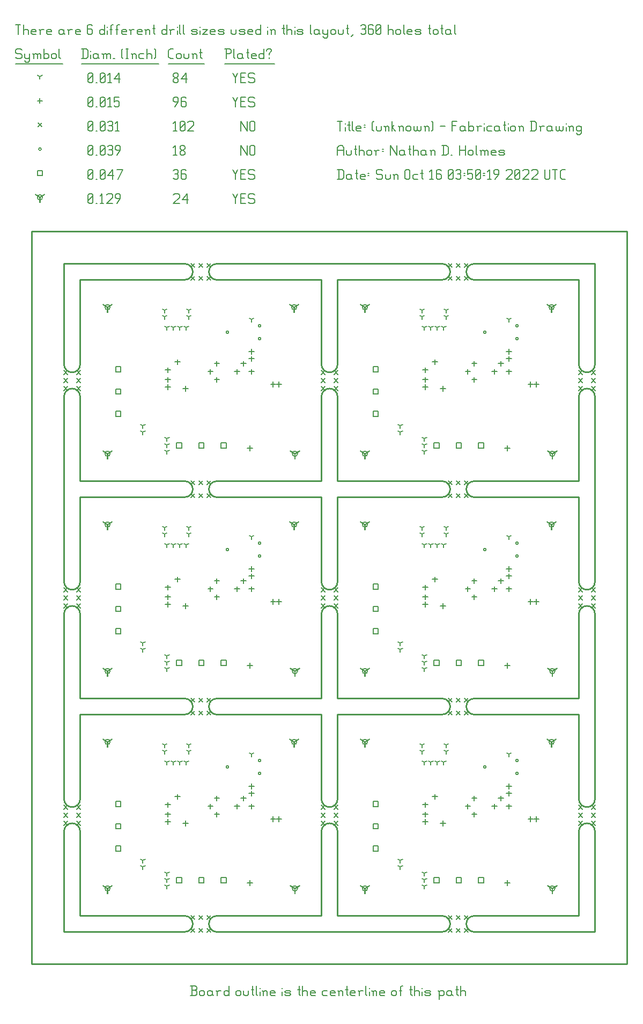
<source format=gbr>
G04 start of page 13 for group -3984 idx -3984 *
G04 Title: (unknown), fab *
G04 Creator: pcb 4.0.2 *
G04 CreationDate: Sun Oct 16 03:50:19 2022 UTC *
G04 For: ndholmes *
G04 Format: Gerber/RS-274X *
G04 PCB-Dimensions (mil): 3900.00 4750.00 *
G04 PCB-Coordinate-Origin: lower left *
%MOIN*%
%FSLAX25Y25*%
%LNFAB*%
%ADD62C,0.0100*%
%ADD61C,0.0075*%
%ADD60C,0.0060*%
%ADD59C,0.0001*%
%ADD58R,0.0080X0.0080*%
G54D58*X173000Y418000D02*Y414800D01*
G54D59*G36*
X172454Y418147D02*X175920Y420146D01*
X176320Y419453D01*
X172853Y417454D01*
X172454Y418147D01*
G37*
G36*
X173147Y417454D02*X169680Y419453D01*
X170080Y420146D01*
X173546Y418147D01*
X173147Y417454D01*
G37*
G54D58*X171400Y418000D02*G75*G03X174600Y418000I1600J0D01*G01*
G75*G03X171400Y418000I-1600J0D01*G01*
X173500Y327000D02*Y323800D01*
G54D59*G36*
X172954Y327147D02*X176420Y329146D01*
X176820Y328453D01*
X173353Y326454D01*
X172954Y327147D01*
G37*
G36*
X173647Y326454D02*X170180Y328453D01*
X170580Y329146D01*
X174046Y327147D01*
X173647Y326454D01*
G37*
G54D58*X171900Y327000D02*G75*G03X175100Y327000I1600J0D01*G01*
G75*G03X171900Y327000I-1600J0D01*G01*
X57000D02*Y323800D01*
G54D59*G36*
X56454Y327147D02*X59920Y329146D01*
X60320Y328453D01*
X56853Y326454D01*
X56454Y327147D01*
G37*
G36*
X57147Y326454D02*X53680Y328453D01*
X54080Y329146D01*
X57546Y327147D01*
X57147Y326454D01*
G37*
G54D58*X55400Y327000D02*G75*G03X58600Y327000I1600J0D01*G01*
G75*G03X55400Y327000I-1600J0D01*G01*
X57000Y418000D02*Y414800D01*
G54D59*G36*
X56454Y418147D02*X59920Y420146D01*
X60320Y419453D01*
X56853Y417454D01*
X56454Y418147D01*
G37*
G36*
X57147Y417454D02*X53680Y419453D01*
X54080Y420146D01*
X57546Y418147D01*
X57147Y417454D01*
G37*
G54D58*X55400Y418000D02*G75*G03X58600Y418000I1600J0D01*G01*
G75*G03X55400Y418000I-1600J0D01*G01*
X333000D02*Y414800D01*
G54D59*G36*
X332454Y418147D02*X335920Y420146D01*
X336320Y419453D01*
X332853Y417454D01*
X332454Y418147D01*
G37*
G36*
X333147Y417454D02*X329680Y419453D01*
X330080Y420146D01*
X333546Y418147D01*
X333147Y417454D01*
G37*
G54D58*X331400Y418000D02*G75*G03X334600Y418000I1600J0D01*G01*
G75*G03X331400Y418000I-1600J0D01*G01*
X333500Y327000D02*Y323800D01*
G54D59*G36*
X332954Y327147D02*X336420Y329146D01*
X336820Y328453D01*
X333353Y326454D01*
X332954Y327147D01*
G37*
G36*
X333647Y326454D02*X330180Y328453D01*
X330580Y329146D01*
X334046Y327147D01*
X333647Y326454D01*
G37*
G54D58*X331900Y327000D02*G75*G03X335100Y327000I1600J0D01*G01*
G75*G03X331900Y327000I-1600J0D01*G01*
X217000D02*Y323800D01*
G54D59*G36*
X216454Y327147D02*X219920Y329146D01*
X220320Y328453D01*
X216853Y326454D01*
X216454Y327147D01*
G37*
G36*
X217147Y326454D02*X213680Y328453D01*
X214080Y329146D01*
X217546Y327147D01*
X217147Y326454D01*
G37*
G54D58*X215400Y327000D02*G75*G03X218600Y327000I1600J0D01*G01*
G75*G03X215400Y327000I-1600J0D01*G01*
X217000Y418000D02*Y414800D01*
G54D59*G36*
X216454Y418147D02*X219920Y420146D01*
X220320Y419453D01*
X216853Y417454D01*
X216454Y418147D01*
G37*
G36*
X217147Y417454D02*X213680Y419453D01*
X214080Y420146D01*
X217546Y418147D01*
X217147Y417454D01*
G37*
G54D58*X215400Y418000D02*G75*G03X218600Y418000I1600J0D01*G01*
G75*G03X215400Y418000I-1600J0D01*G01*
X333000Y283000D02*Y279800D01*
G54D59*G36*
X332454Y283147D02*X335920Y285146D01*
X336320Y284453D01*
X332853Y282454D01*
X332454Y283147D01*
G37*
G36*
X333147Y282454D02*X329680Y284453D01*
X330080Y285146D01*
X333546Y283147D01*
X333147Y282454D01*
G37*
G54D58*X331400Y283000D02*G75*G03X334600Y283000I1600J0D01*G01*
G75*G03X331400Y283000I-1600J0D01*G01*
X333500Y192000D02*Y188800D01*
G54D59*G36*
X332954Y192147D02*X336420Y194146D01*
X336820Y193453D01*
X333353Y191454D01*
X332954Y192147D01*
G37*
G36*
X333647Y191454D02*X330180Y193453D01*
X330580Y194146D01*
X334046Y192147D01*
X333647Y191454D01*
G37*
G54D58*X331900Y192000D02*G75*G03X335100Y192000I1600J0D01*G01*
G75*G03X331900Y192000I-1600J0D01*G01*
X217000D02*Y188800D01*
G54D59*G36*
X216454Y192147D02*X219920Y194146D01*
X220320Y193453D01*
X216853Y191454D01*
X216454Y192147D01*
G37*
G36*
X217147Y191454D02*X213680Y193453D01*
X214080Y194146D01*
X217546Y192147D01*
X217147Y191454D01*
G37*
G54D58*X215400Y192000D02*G75*G03X218600Y192000I1600J0D01*G01*
G75*G03X215400Y192000I-1600J0D01*G01*
X217000Y283000D02*Y279800D01*
G54D59*G36*
X216454Y283147D02*X219920Y285146D01*
X220320Y284453D01*
X216853Y282454D01*
X216454Y283147D01*
G37*
G36*
X217147Y282454D02*X213680Y284453D01*
X214080Y285146D01*
X217546Y283147D01*
X217147Y282454D01*
G37*
G54D58*X215400Y283000D02*G75*G03X218600Y283000I1600J0D01*G01*
G75*G03X215400Y283000I-1600J0D01*G01*
X173000D02*Y279800D01*
G54D59*G36*
X172454Y283147D02*X175920Y285146D01*
X176320Y284453D01*
X172853Y282454D01*
X172454Y283147D01*
G37*
G36*
X173147Y282454D02*X169680Y284453D01*
X170080Y285146D01*
X173546Y283147D01*
X173147Y282454D01*
G37*
G54D58*X171400Y283000D02*G75*G03X174600Y283000I1600J0D01*G01*
G75*G03X171400Y283000I-1600J0D01*G01*
X173500Y192000D02*Y188800D01*
G54D59*G36*
X172954Y192147D02*X176420Y194146D01*
X176820Y193453D01*
X173353Y191454D01*
X172954Y192147D01*
G37*
G36*
X173647Y191454D02*X170180Y193453D01*
X170580Y194146D01*
X174046Y192147D01*
X173647Y191454D01*
G37*
G54D58*X171900Y192000D02*G75*G03X175100Y192000I1600J0D01*G01*
G75*G03X171900Y192000I-1600J0D01*G01*
X57000D02*Y188800D01*
G54D59*G36*
X56454Y192147D02*X59920Y194146D01*
X60320Y193453D01*
X56853Y191454D01*
X56454Y192147D01*
G37*
G36*
X57147Y191454D02*X53680Y193453D01*
X54080Y194146D01*
X57546Y192147D01*
X57147Y191454D01*
G37*
G54D58*X55400Y192000D02*G75*G03X58600Y192000I1600J0D01*G01*
G75*G03X55400Y192000I-1600J0D01*G01*
X57000Y283000D02*Y279800D01*
G54D59*G36*
X56454Y283147D02*X59920Y285146D01*
X60320Y284453D01*
X56853Y282454D01*
X56454Y283147D01*
G37*
G36*
X57147Y282454D02*X53680Y284453D01*
X54080Y285146D01*
X57546Y283147D01*
X57147Y282454D01*
G37*
G54D58*X55400Y283000D02*G75*G03X58600Y283000I1600J0D01*G01*
G75*G03X55400Y283000I-1600J0D01*G01*
X173000Y148000D02*Y144800D01*
G54D59*G36*
X172454Y148147D02*X175920Y150146D01*
X176320Y149453D01*
X172853Y147454D01*
X172454Y148147D01*
G37*
G36*
X173147Y147454D02*X169680Y149453D01*
X170080Y150146D01*
X173546Y148147D01*
X173147Y147454D01*
G37*
G54D58*X171400Y148000D02*G75*G03X174600Y148000I1600J0D01*G01*
G75*G03X171400Y148000I-1600J0D01*G01*
X173500Y57000D02*Y53800D01*
G54D59*G36*
X172954Y57147D02*X176420Y59146D01*
X176820Y58453D01*
X173353Y56454D01*
X172954Y57147D01*
G37*
G36*
X173647Y56454D02*X170180Y58453D01*
X170580Y59146D01*
X174046Y57147D01*
X173647Y56454D01*
G37*
G54D58*X171900Y57000D02*G75*G03X175100Y57000I1600J0D01*G01*
G75*G03X171900Y57000I-1600J0D01*G01*
X57000D02*Y53800D01*
G54D59*G36*
X56454Y57147D02*X59920Y59146D01*
X60320Y58453D01*
X56853Y56454D01*
X56454Y57147D01*
G37*
G36*
X57147Y56454D02*X53680Y58453D01*
X54080Y59146D01*
X57546Y57147D01*
X57147Y56454D01*
G37*
G54D58*X55400Y57000D02*G75*G03X58600Y57000I1600J0D01*G01*
G75*G03X55400Y57000I-1600J0D01*G01*
X57000Y148000D02*Y144800D01*
G54D59*G36*
X56454Y148147D02*X59920Y150146D01*
X60320Y149453D01*
X56853Y147454D01*
X56454Y148147D01*
G37*
G36*
X57147Y147454D02*X53680Y149453D01*
X54080Y150146D01*
X57546Y148147D01*
X57147Y147454D01*
G37*
G54D58*X55400Y148000D02*G75*G03X58600Y148000I1600J0D01*G01*
G75*G03X55400Y148000I-1600J0D01*G01*
X333000D02*Y144800D01*
G54D59*G36*
X332454Y148147D02*X335920Y150146D01*
X336320Y149453D01*
X332853Y147454D01*
X332454Y148147D01*
G37*
G36*
X333147Y147454D02*X329680Y149453D01*
X330080Y150146D01*
X333546Y148147D01*
X333147Y147454D01*
G37*
G54D58*X331400Y148000D02*G75*G03X334600Y148000I1600J0D01*G01*
G75*G03X331400Y148000I-1600J0D01*G01*
X333500Y57000D02*Y53800D01*
G54D59*G36*
X332954Y57147D02*X336420Y59146D01*
X336820Y58453D01*
X333353Y56454D01*
X332954Y57147D01*
G37*
G36*
X333647Y56454D02*X330180Y58453D01*
X330580Y59146D01*
X334046Y57147D01*
X333647Y56454D01*
G37*
G54D58*X331900Y57000D02*G75*G03X335100Y57000I1600J0D01*G01*
G75*G03X331900Y57000I-1600J0D01*G01*
X217000D02*Y53800D01*
G54D59*G36*
X216454Y57147D02*X219920Y59146D01*
X220320Y58453D01*
X216853Y56454D01*
X216454Y57147D01*
G37*
G36*
X217147Y56454D02*X213680Y58453D01*
X214080Y59146D01*
X217546Y57147D01*
X217147Y56454D01*
G37*
G54D58*X215400Y57000D02*G75*G03X218600Y57000I1600J0D01*G01*
G75*G03X215400Y57000I-1600J0D01*G01*
X217000Y148000D02*Y144800D01*
G54D59*G36*
X216454Y148147D02*X219920Y150146D01*
X220320Y149453D01*
X216853Y147454D01*
X216454Y148147D01*
G37*
G36*
X217147Y147454D02*X213680Y149453D01*
X214080Y150146D01*
X217546Y148147D01*
X217147Y147454D01*
G37*
G54D58*X215400Y148000D02*G75*G03X218600Y148000I1600J0D01*G01*
G75*G03X215400Y148000I-1600J0D01*G01*
X15000Y486250D02*Y483050D01*
G54D59*G36*
X14454Y486397D02*X17920Y488396D01*
X18320Y487703D01*
X14853Y485704D01*
X14454Y486397D01*
G37*
G36*
X15147Y485704D02*X11680Y487703D01*
X12080Y488396D01*
X15546Y486397D01*
X15147Y485704D01*
G37*
G54D58*X13400Y486250D02*G75*G03X16600Y486250I1600J0D01*G01*
G75*G03X13400Y486250I-1600J0D01*G01*
G54D60*X135000Y488500D02*X136500Y485500D01*
X138000Y488500D01*
X136500Y485500D02*Y482500D01*
X139800Y485800D02*X142050D01*
X139800Y482500D02*X142800D01*
X139800Y488500D02*Y482500D01*
Y488500D02*X142800D01*
X147600D02*X148350Y487750D01*
X145350Y488500D02*X147600D01*
X144600Y487750D02*X145350Y488500D01*
X144600Y487750D02*Y486250D01*
X145350Y485500D01*
X147600D01*
X148350Y484750D01*
Y483250D01*
X147600Y482500D02*X148350Y483250D01*
X145350Y482500D02*X147600D01*
X144600Y483250D02*X145350Y482500D01*
X98000Y487750D02*X98750Y488500D01*
X101000D01*
X101750Y487750D01*
Y486250D01*
X98000Y482500D02*X101750Y486250D01*
X98000Y482500D02*X101750D01*
X103550Y484750D02*X106550Y488500D01*
X103550Y484750D02*X107300D01*
X106550Y488500D02*Y482500D01*
X45000Y483250D02*X45750Y482500D01*
X45000Y487750D02*Y483250D01*
Y487750D02*X45750Y488500D01*
X47250D01*
X48000Y487750D01*
Y483250D01*
X47250Y482500D02*X48000Y483250D01*
X45750Y482500D02*X47250D01*
X45000Y484000D02*X48000Y487000D01*
X49800Y482500D02*X50550D01*
X52350Y487300D02*X53550Y488500D01*
Y482500D01*
X52350D02*X54600D01*
X56400Y487750D02*X57150Y488500D01*
X59400D01*
X60150Y487750D01*
Y486250D01*
X56400Y482500D02*X60150Y486250D01*
X56400Y482500D02*X60150D01*
X62700D02*X64950Y485500D01*
Y487750D02*Y485500D01*
X64200Y488500D02*X64950Y487750D01*
X62700Y488500D02*X64200D01*
X61950Y487750D02*X62700Y488500D01*
X61950Y487750D02*Y486250D01*
X62700Y485500D01*
X64950D01*
X62073Y381045D02*X65273D01*
X62073D02*Y377845D01*
X65273D01*
Y381045D02*Y377845D01*
X62073Y367265D02*X65273D01*
X62073D02*Y364065D01*
X65273D01*
Y367265D02*Y364065D01*
X62073Y353486D02*X65273D01*
X62073D02*Y350286D01*
X65273D01*
Y353486D02*Y350286D01*
X99955Y333773D02*X103155D01*
X99955D02*Y330573D01*
X103155D01*
Y333773D02*Y330573D01*
X113735Y333773D02*X116935D01*
X113735D02*Y330573D01*
X116935D01*
Y333773D02*Y330573D01*
X127514Y333773D02*X130714D01*
X127514D02*Y330573D01*
X130714D01*
Y333773D02*Y330573D01*
X222073Y381045D02*X225273D01*
X222073D02*Y377845D01*
X225273D01*
Y381045D02*Y377845D01*
X222073Y367265D02*X225273D01*
X222073D02*Y364065D01*
X225273D01*
Y367265D02*Y364065D01*
X222073Y353486D02*X225273D01*
X222073D02*Y350286D01*
X225273D01*
Y353486D02*Y350286D01*
X259955Y333773D02*X263155D01*
X259955D02*Y330573D01*
X263155D01*
Y333773D02*Y330573D01*
X273735Y333773D02*X276935D01*
X273735D02*Y330573D01*
X276935D01*
Y333773D02*Y330573D01*
X287514Y333773D02*X290714D01*
X287514D02*Y330573D01*
X290714D01*
Y333773D02*Y330573D01*
X222073Y246045D02*X225273D01*
X222073D02*Y242845D01*
X225273D01*
Y246045D02*Y242845D01*
X222073Y232265D02*X225273D01*
X222073D02*Y229065D01*
X225273D01*
Y232265D02*Y229065D01*
X222073Y218486D02*X225273D01*
X222073D02*Y215286D01*
X225273D01*
Y218486D02*Y215286D01*
X259955Y198773D02*X263155D01*
X259955D02*Y195573D01*
X263155D01*
Y198773D02*Y195573D01*
X273735Y198773D02*X276935D01*
X273735D02*Y195573D01*
X276935D01*
Y198773D02*Y195573D01*
X287514Y198773D02*X290714D01*
X287514D02*Y195573D01*
X290714D01*
Y198773D02*Y195573D01*
X62073Y246045D02*X65273D01*
X62073D02*Y242845D01*
X65273D01*
Y246045D02*Y242845D01*
X62073Y232265D02*X65273D01*
X62073D02*Y229065D01*
X65273D01*
Y232265D02*Y229065D01*
X62073Y218486D02*X65273D01*
X62073D02*Y215286D01*
X65273D01*
Y218486D02*Y215286D01*
X99955Y198773D02*X103155D01*
X99955D02*Y195573D01*
X103155D01*
Y198773D02*Y195573D01*
X113735Y198773D02*X116935D01*
X113735D02*Y195573D01*
X116935D01*
Y198773D02*Y195573D01*
X127514Y198773D02*X130714D01*
X127514D02*Y195573D01*
X130714D01*
Y198773D02*Y195573D01*
X62073Y111045D02*X65273D01*
X62073D02*Y107845D01*
X65273D01*
Y111045D02*Y107845D01*
X62073Y97265D02*X65273D01*
X62073D02*Y94065D01*
X65273D01*
Y97265D02*Y94065D01*
X62073Y83486D02*X65273D01*
X62073D02*Y80286D01*
X65273D01*
Y83486D02*Y80286D01*
X99955Y63773D02*X103155D01*
X99955D02*Y60573D01*
X103155D01*
Y63773D02*Y60573D01*
X113735Y63773D02*X116935D01*
X113735D02*Y60573D01*
X116935D01*
Y63773D02*Y60573D01*
X127514Y63773D02*X130714D01*
X127514D02*Y60573D01*
X130714D01*
Y63773D02*Y60573D01*
X222073Y111045D02*X225273D01*
X222073D02*Y107845D01*
X225273D01*
Y111045D02*Y107845D01*
X222073Y97265D02*X225273D01*
X222073D02*Y94065D01*
X225273D01*
Y97265D02*Y94065D01*
X222073Y83486D02*X225273D01*
X222073D02*Y80286D01*
X225273D01*
Y83486D02*Y80286D01*
X259955Y63773D02*X263155D01*
X259955D02*Y60573D01*
X263155D01*
Y63773D02*Y60573D01*
X273735Y63773D02*X276935D01*
X273735D02*Y60573D01*
X276935D01*
Y63773D02*Y60573D01*
X287514Y63773D02*X290714D01*
X287514D02*Y60573D01*
X290714D01*
Y63773D02*Y60573D01*
X13400Y502850D02*X16600D01*
X13400D02*Y499650D01*
X16600D01*
Y502850D02*Y499650D01*
X135000Y503500D02*X136500Y500500D01*
X138000Y503500D01*
X136500Y500500D02*Y497500D01*
X139800Y500800D02*X142050D01*
X139800Y497500D02*X142800D01*
X139800Y503500D02*Y497500D01*
Y503500D02*X142800D01*
X147600D02*X148350Y502750D01*
X145350Y503500D02*X147600D01*
X144600Y502750D02*X145350Y503500D01*
X144600Y502750D02*Y501250D01*
X145350Y500500D01*
X147600D01*
X148350Y499750D01*
Y498250D01*
X147600Y497500D02*X148350Y498250D01*
X145350Y497500D02*X147600D01*
X144600Y498250D02*X145350Y497500D01*
X98000Y502750D02*X98750Y503500D01*
X100250D01*
X101000Y502750D01*
X100250Y497500D02*X101000Y498250D01*
X98750Y497500D02*X100250D01*
X98000Y498250D02*X98750Y497500D01*
Y500800D02*X100250D01*
X101000Y502750D02*Y501550D01*
Y500050D02*Y498250D01*
Y500050D02*X100250Y500800D01*
X101000Y501550D02*X100250Y500800D01*
X105050Y503500D02*X105800Y502750D01*
X103550Y503500D02*X105050D01*
X102800Y502750D02*X103550Y503500D01*
X102800Y502750D02*Y498250D01*
X103550Y497500D01*
X105050Y500800D02*X105800Y500050D01*
X102800Y500800D02*X105050D01*
X103550Y497500D02*X105050D01*
X105800Y498250D01*
Y500050D02*Y498250D01*
X45000D02*X45750Y497500D01*
X45000Y502750D02*Y498250D01*
Y502750D02*X45750Y503500D01*
X47250D01*
X48000Y502750D01*
Y498250D01*
X47250Y497500D02*X48000Y498250D01*
X45750Y497500D02*X47250D01*
X45000Y499000D02*X48000Y502000D01*
X49800Y497500D02*X50550D01*
X52350Y498250D02*X53100Y497500D01*
X52350Y502750D02*Y498250D01*
Y502750D02*X53100Y503500D01*
X54600D01*
X55350Y502750D01*
Y498250D01*
X54600Y497500D02*X55350Y498250D01*
X53100Y497500D02*X54600D01*
X52350Y499000D02*X55350Y502000D01*
X57150Y499750D02*X60150Y503500D01*
X57150Y499750D02*X60900D01*
X60150Y503500D02*Y497500D01*
X63450D02*X66450Y503500D01*
X62700D02*X66450D01*
X130700Y402500D02*G75*G03X132300Y402500I800J0D01*G01*
G75*G03X130700Y402500I-800J0D01*G01*
X150700Y406500D02*G75*G03X152300Y406500I800J0D01*G01*
G75*G03X150700Y406500I-800J0D01*G01*
Y398500D02*G75*G03X152300Y398500I800J0D01*G01*
G75*G03X150700Y398500I-800J0D01*G01*
X290700Y402500D02*G75*G03X292300Y402500I800J0D01*G01*
G75*G03X290700Y402500I-800J0D01*G01*
X310700Y406500D02*G75*G03X312300Y406500I800J0D01*G01*
G75*G03X310700Y406500I-800J0D01*G01*
Y398500D02*G75*G03X312300Y398500I800J0D01*G01*
G75*G03X310700Y398500I-800J0D01*G01*
X290700Y267500D02*G75*G03X292300Y267500I800J0D01*G01*
G75*G03X290700Y267500I-800J0D01*G01*
X310700Y271500D02*G75*G03X312300Y271500I800J0D01*G01*
G75*G03X310700Y271500I-800J0D01*G01*
Y263500D02*G75*G03X312300Y263500I800J0D01*G01*
G75*G03X310700Y263500I-800J0D01*G01*
X130700Y267500D02*G75*G03X132300Y267500I800J0D01*G01*
G75*G03X130700Y267500I-800J0D01*G01*
X150700Y271500D02*G75*G03X152300Y271500I800J0D01*G01*
G75*G03X150700Y271500I-800J0D01*G01*
Y263500D02*G75*G03X152300Y263500I800J0D01*G01*
G75*G03X150700Y263500I-800J0D01*G01*
X130700Y132500D02*G75*G03X132300Y132500I800J0D01*G01*
G75*G03X130700Y132500I-800J0D01*G01*
X150700Y136500D02*G75*G03X152300Y136500I800J0D01*G01*
G75*G03X150700Y136500I-800J0D01*G01*
Y128500D02*G75*G03X152300Y128500I800J0D01*G01*
G75*G03X150700Y128500I-800J0D01*G01*
X290700Y132500D02*G75*G03X292300Y132500I800J0D01*G01*
G75*G03X290700Y132500I-800J0D01*G01*
X310700Y136500D02*G75*G03X312300Y136500I800J0D01*G01*
G75*G03X310700Y136500I-800J0D01*G01*
Y128500D02*G75*G03X312300Y128500I800J0D01*G01*
G75*G03X310700Y128500I-800J0D01*G01*
X14200Y516250D02*G75*G03X15800Y516250I800J0D01*G01*
G75*G03X14200Y516250I-800J0D01*G01*
X140000Y518500D02*Y512500D01*
Y518500D02*X143750Y512500D01*
Y518500D02*Y512500D01*
X145550Y517750D02*Y513250D01*
Y517750D02*X146300Y518500D01*
X147800D01*
X148550Y517750D01*
Y513250D01*
X147800Y512500D02*X148550Y513250D01*
X146300Y512500D02*X147800D01*
X145550Y513250D02*X146300Y512500D01*
X98000Y517300D02*X99200Y518500D01*
Y512500D01*
X98000D02*X100250D01*
X102050Y513250D02*X102800Y512500D01*
X102050Y514450D02*Y513250D01*
Y514450D02*X103100Y515500D01*
X104000D01*
X105050Y514450D01*
Y513250D01*
X104300Y512500D02*X105050Y513250D01*
X102800Y512500D02*X104300D01*
X102050Y516550D02*X103100Y515500D01*
X102050Y517750D02*Y516550D01*
Y517750D02*X102800Y518500D01*
X104300D01*
X105050Y517750D01*
Y516550D01*
X104000Y515500D02*X105050Y516550D01*
X45000Y513250D02*X45750Y512500D01*
X45000Y517750D02*Y513250D01*
Y517750D02*X45750Y518500D01*
X47250D01*
X48000Y517750D01*
Y513250D01*
X47250Y512500D02*X48000Y513250D01*
X45750Y512500D02*X47250D01*
X45000Y514000D02*X48000Y517000D01*
X49800Y512500D02*X50550D01*
X52350Y513250D02*X53100Y512500D01*
X52350Y517750D02*Y513250D01*
Y517750D02*X53100Y518500D01*
X54600D01*
X55350Y517750D01*
Y513250D01*
X54600Y512500D02*X55350Y513250D01*
X53100Y512500D02*X54600D01*
X52350Y514000D02*X55350Y517000D01*
X57150Y517750D02*X57900Y518500D01*
X59400D01*
X60150Y517750D01*
X59400Y512500D02*X60150Y513250D01*
X57900Y512500D02*X59400D01*
X57150Y513250D02*X57900Y512500D01*
Y515800D02*X59400D01*
X60150Y517750D02*Y516550D01*
Y515050D02*Y513250D01*
Y515050D02*X59400Y515800D01*
X60150Y516550D02*X59400Y515800D01*
X62700Y512500D02*X64950Y515500D01*
Y517750D02*Y515500D01*
X64200Y518500D02*X64950Y517750D01*
X62700Y518500D02*X64200D01*
X61950Y517750D02*X62700Y518500D01*
X61950Y517750D02*Y516250D01*
X62700Y515500D01*
X64950D01*
X108800Y437200D02*X111200Y434800D01*
X108800D02*X111200Y437200D01*
X113800D02*X116200Y434800D01*
X113800D02*X116200Y437200D01*
X118800D02*X121200Y434800D01*
X118800D02*X121200Y437200D01*
X113800Y445200D02*X116200Y442800D01*
X113800D02*X116200Y445200D01*
X118800D02*X121200Y442800D01*
X118800D02*X121200Y445200D01*
X108800D02*X111200Y442800D01*
X108800D02*X111200Y445200D01*
X268800Y437200D02*X271200Y434800D01*
X268800D02*X271200Y437200D01*
X273800D02*X276200Y434800D01*
X273800D02*X276200Y437200D01*
X278800D02*X281200Y434800D01*
X278800D02*X281200Y437200D01*
X273800Y445200D02*X276200Y442800D01*
X273800D02*X276200Y445200D01*
X278800D02*X281200Y442800D01*
X278800D02*X281200Y445200D01*
X268800D02*X271200Y442800D01*
X268800D02*X271200Y445200D01*
X268800Y310200D02*X271200Y307800D01*
X268800D02*X271200Y310200D01*
X278800D02*X281200Y307800D01*
X278800D02*X281200Y310200D01*
X273800D02*X276200Y307800D01*
X273800D02*X276200Y310200D01*
X278800Y302200D02*X281200Y299800D01*
X278800D02*X281200Y302200D01*
X273800D02*X276200Y299800D01*
X273800D02*X276200Y302200D01*
X268800D02*X271200Y299800D01*
X268800D02*X271200Y302200D01*
X357800Y373700D02*X360200Y371300D01*
X357800D02*X360200Y373700D01*
X357800Y368700D02*X360200Y366300D01*
X357800D02*X360200Y368700D01*
X357800Y378700D02*X360200Y376300D01*
X357800D02*X360200Y378700D01*
X349800Y368700D02*X352200Y366300D01*
X349800D02*X352200Y368700D01*
X349800Y373700D02*X352200Y371300D01*
X349800D02*X352200Y373700D01*
X349800Y378700D02*X352200Y376300D01*
X349800D02*X352200Y378700D01*
X189800Y368700D02*X192200Y366300D01*
X189800D02*X192200Y368700D01*
X189800Y373700D02*X192200Y371300D01*
X189800D02*X192200Y373700D01*
X189800Y378700D02*X192200Y376300D01*
X189800D02*X192200Y378700D01*
X197800Y373700D02*X200200Y371300D01*
X197800D02*X200200Y373700D01*
X197800Y368700D02*X200200Y366300D01*
X197800D02*X200200Y368700D01*
X197800Y378700D02*X200200Y376300D01*
X197800D02*X200200Y378700D01*
X29800Y368700D02*X32200Y366300D01*
X29800D02*X32200Y368700D01*
X29800Y373700D02*X32200Y371300D01*
X29800D02*X32200Y373700D01*
X29800Y378700D02*X32200Y376300D01*
X29800D02*X32200Y378700D01*
X37800Y373700D02*X40200Y371300D01*
X37800D02*X40200Y373700D01*
X37800Y368700D02*X40200Y366300D01*
X37800D02*X40200Y368700D01*
X37800Y378700D02*X40200Y376300D01*
X37800D02*X40200Y378700D01*
X108800Y310200D02*X111200Y307800D01*
X108800D02*X111200Y310200D01*
X118800D02*X121200Y307800D01*
X118800D02*X121200Y310200D01*
X113800D02*X116200Y307800D01*
X113800D02*X116200Y310200D01*
X118800Y302200D02*X121200Y299800D01*
X118800D02*X121200Y302200D01*
X113800D02*X116200Y299800D01*
X113800D02*X116200Y302200D01*
X108800D02*X111200Y299800D01*
X108800D02*X111200Y302200D01*
X108800Y167200D02*X111200Y164800D01*
X108800D02*X111200Y167200D01*
X113800D02*X116200Y164800D01*
X113800D02*X116200Y167200D01*
X118800D02*X121200Y164800D01*
X118800D02*X121200Y167200D01*
X113800Y175200D02*X116200Y172800D01*
X113800D02*X116200Y175200D01*
X118800D02*X121200Y172800D01*
X118800D02*X121200Y175200D01*
X108800D02*X111200Y172800D01*
X108800D02*X111200Y175200D01*
X37800Y243700D02*X40200Y241300D01*
X37800D02*X40200Y243700D01*
X37800Y233700D02*X40200Y231300D01*
X37800D02*X40200Y233700D01*
X37800Y238700D02*X40200Y236300D01*
X37800D02*X40200Y238700D01*
X29800Y243700D02*X32200Y241300D01*
X29800D02*X32200Y243700D01*
X29800Y238700D02*X32200Y236300D01*
X29800D02*X32200Y238700D01*
X29800Y233700D02*X32200Y231300D01*
X29800D02*X32200Y233700D01*
X197800Y243700D02*X200200Y241300D01*
X197800D02*X200200Y243700D01*
X197800Y233700D02*X200200Y231300D01*
X197800D02*X200200Y233700D01*
X197800Y238700D02*X200200Y236300D01*
X197800D02*X200200Y238700D01*
X189800Y243700D02*X192200Y241300D01*
X189800D02*X192200Y243700D01*
X189800Y238700D02*X192200Y236300D01*
X189800D02*X192200Y238700D01*
X189800Y233700D02*X192200Y231300D01*
X189800D02*X192200Y233700D01*
X349800Y243700D02*X352200Y241300D01*
X349800D02*X352200Y243700D01*
X349800Y238700D02*X352200Y236300D01*
X349800D02*X352200Y238700D01*
X349800Y233700D02*X352200Y231300D01*
X349800D02*X352200Y233700D01*
X357800Y243700D02*X360200Y241300D01*
X357800D02*X360200Y243700D01*
X357800Y233700D02*X360200Y231300D01*
X357800D02*X360200Y233700D01*
X357800Y238700D02*X360200Y236300D01*
X357800D02*X360200Y238700D01*
X268800Y167200D02*X271200Y164800D01*
X268800D02*X271200Y167200D01*
X273800D02*X276200Y164800D01*
X273800D02*X276200Y167200D01*
X278800D02*X281200Y164800D01*
X278800D02*X281200Y167200D01*
X273800Y175200D02*X276200Y172800D01*
X273800D02*X276200Y175200D01*
X278800D02*X281200Y172800D01*
X278800D02*X281200Y175200D01*
X268800D02*X271200Y172800D01*
X268800D02*X271200Y175200D01*
X108800Y32200D02*X111200Y29800D01*
X108800D02*X111200Y32200D01*
X113800D02*X116200Y29800D01*
X113800D02*X116200Y32200D01*
X118800D02*X121200Y29800D01*
X118800D02*X121200Y32200D01*
X113800Y40200D02*X116200Y37800D01*
X113800D02*X116200Y40200D01*
X118800D02*X121200Y37800D01*
X118800D02*X121200Y40200D01*
X108800D02*X111200Y37800D01*
X108800D02*X111200Y40200D01*
X37800Y108700D02*X40200Y106300D01*
X37800D02*X40200Y108700D01*
X37800Y98700D02*X40200Y96300D01*
X37800D02*X40200Y98700D01*
X37800Y103700D02*X40200Y101300D01*
X37800D02*X40200Y103700D01*
X29800Y108700D02*X32200Y106300D01*
X29800D02*X32200Y108700D01*
X29800Y103700D02*X32200Y101300D01*
X29800D02*X32200Y103700D01*
X29800Y98700D02*X32200Y96300D01*
X29800D02*X32200Y98700D01*
X197800Y108700D02*X200200Y106300D01*
X197800D02*X200200Y108700D01*
X197800Y98700D02*X200200Y96300D01*
X197800D02*X200200Y98700D01*
X197800Y103700D02*X200200Y101300D01*
X197800D02*X200200Y103700D01*
X189800Y108700D02*X192200Y106300D01*
X189800D02*X192200Y108700D01*
X189800Y103700D02*X192200Y101300D01*
X189800D02*X192200Y103700D01*
X189800Y98700D02*X192200Y96300D01*
X189800D02*X192200Y98700D01*
X349800Y108700D02*X352200Y106300D01*
X349800D02*X352200Y108700D01*
X349800Y103700D02*X352200Y101300D01*
X349800D02*X352200Y103700D01*
X349800Y98700D02*X352200Y96300D01*
X349800D02*X352200Y98700D01*
X357800Y108700D02*X360200Y106300D01*
X357800D02*X360200Y108700D01*
X357800Y98700D02*X360200Y96300D01*
X357800D02*X360200Y98700D01*
X357800Y103700D02*X360200Y101300D01*
X357800D02*X360200Y103700D01*
X268800Y32200D02*X271200Y29800D01*
X268800D02*X271200Y32200D01*
X273800D02*X276200Y29800D01*
X273800D02*X276200Y32200D01*
X278800D02*X281200Y29800D01*
X278800D02*X281200Y32200D01*
X273800Y40200D02*X276200Y37800D01*
X273800D02*X276200Y40200D01*
X278800D02*X281200Y37800D01*
X278800D02*X281200Y40200D01*
X268800D02*X271200Y37800D01*
X268800D02*X271200Y40200D01*
X13800Y532450D02*X16200Y530050D01*
X13800D02*X16200Y532450D01*
X140000Y533500D02*Y527500D01*
Y533500D02*X143750Y527500D01*
Y533500D02*Y527500D01*
X145550Y532750D02*Y528250D01*
Y532750D02*X146300Y533500D01*
X147800D01*
X148550Y532750D01*
Y528250D01*
X147800Y527500D02*X148550Y528250D01*
X146300Y527500D02*X147800D01*
X145550Y528250D02*X146300Y527500D01*
X98000Y532300D02*X99200Y533500D01*
Y527500D01*
X98000D02*X100250D01*
X102050Y528250D02*X102800Y527500D01*
X102050Y532750D02*Y528250D01*
Y532750D02*X102800Y533500D01*
X104300D01*
X105050Y532750D01*
Y528250D01*
X104300Y527500D02*X105050Y528250D01*
X102800Y527500D02*X104300D01*
X102050Y529000D02*X105050Y532000D01*
X106850Y532750D02*X107600Y533500D01*
X109850D01*
X110600Y532750D01*
Y531250D01*
X106850Y527500D02*X110600Y531250D01*
X106850Y527500D02*X110600D01*
X45000Y528250D02*X45750Y527500D01*
X45000Y532750D02*Y528250D01*
Y532750D02*X45750Y533500D01*
X47250D01*
X48000Y532750D01*
Y528250D01*
X47250Y527500D02*X48000Y528250D01*
X45750Y527500D02*X47250D01*
X45000Y529000D02*X48000Y532000D01*
X49800Y527500D02*X50550D01*
X52350Y528250D02*X53100Y527500D01*
X52350Y532750D02*Y528250D01*
Y532750D02*X53100Y533500D01*
X54600D01*
X55350Y532750D01*
Y528250D01*
X54600Y527500D02*X55350Y528250D01*
X53100Y527500D02*X54600D01*
X52350Y529000D02*X55350Y532000D01*
X57150Y532750D02*X57900Y533500D01*
X59400D01*
X60150Y532750D01*
X59400Y527500D02*X60150Y528250D01*
X57900Y527500D02*X59400D01*
X57150Y528250D02*X57900Y527500D01*
Y530800D02*X59400D01*
X60150Y532750D02*Y531550D01*
Y530050D02*Y528250D01*
Y530050D02*X59400Y530800D01*
X60150Y531550D02*X59400Y530800D01*
X61950Y532300D02*X63150Y533500D01*
Y527500D01*
X61950D02*X64200D01*
X145500Y332100D02*Y328900D01*
X143900Y330500D02*X147100D01*
X160000Y371694D02*Y368494D01*
X158400Y370094D02*X161600D01*
X163500Y371694D02*Y368494D01*
X161900Y370094D02*X165100D01*
X94500Y370100D02*Y366900D01*
X92900Y368500D02*X96100D01*
X94500Y374600D02*Y371400D01*
X92900Y373000D02*X96100D01*
X105500Y369100D02*Y365900D01*
X103900Y367500D02*X107100D01*
X94500Y380600D02*Y377400D01*
X92900Y379000D02*X96100D01*
X125000Y384600D02*Y381400D01*
X123400Y383000D02*X126600D01*
X121000Y379600D02*Y376400D01*
X119400Y378000D02*X122600D01*
X125000Y374600D02*Y371400D01*
X123400Y373000D02*X126600D01*
X100500Y385600D02*Y382400D01*
X98900Y384000D02*X102100D01*
X141500Y384600D02*Y381400D01*
X139900Y383000D02*X143100D01*
X137500Y379600D02*Y376400D01*
X135900Y378000D02*X139100D01*
X146500Y379600D02*Y376400D01*
X144900Y378000D02*X148100D01*
X146500Y387600D02*Y384400D01*
X144900Y386000D02*X148100D01*
X146500Y392100D02*Y388900D01*
X144900Y390500D02*X148100D01*
X305500Y332100D02*Y328900D01*
X303900Y330500D02*X307100D01*
X320000Y371694D02*Y368494D01*
X318400Y370094D02*X321600D01*
X323500Y371694D02*Y368494D01*
X321900Y370094D02*X325100D01*
X254500Y370100D02*Y366900D01*
X252900Y368500D02*X256100D01*
X254500Y374600D02*Y371400D01*
X252900Y373000D02*X256100D01*
X265500Y369100D02*Y365900D01*
X263900Y367500D02*X267100D01*
X254500Y380600D02*Y377400D01*
X252900Y379000D02*X256100D01*
X285000Y384600D02*Y381400D01*
X283400Y383000D02*X286600D01*
X281000Y379600D02*Y376400D01*
X279400Y378000D02*X282600D01*
X285000Y374600D02*Y371400D01*
X283400Y373000D02*X286600D01*
X260500Y385600D02*Y382400D01*
X258900Y384000D02*X262100D01*
X301500Y384600D02*Y381400D01*
X299900Y383000D02*X303100D01*
X297500Y379600D02*Y376400D01*
X295900Y378000D02*X299100D01*
X306500Y379600D02*Y376400D01*
X304900Y378000D02*X308100D01*
X306500Y387600D02*Y384400D01*
X304900Y386000D02*X308100D01*
X306500Y392100D02*Y388900D01*
X304900Y390500D02*X308100D01*
X305500Y197100D02*Y193900D01*
X303900Y195500D02*X307100D01*
X320000Y236694D02*Y233494D01*
X318400Y235094D02*X321600D01*
X323500Y236694D02*Y233494D01*
X321900Y235094D02*X325100D01*
X254500Y235100D02*Y231900D01*
X252900Y233500D02*X256100D01*
X254500Y239600D02*Y236400D01*
X252900Y238000D02*X256100D01*
X265500Y234100D02*Y230900D01*
X263900Y232500D02*X267100D01*
X254500Y245600D02*Y242400D01*
X252900Y244000D02*X256100D01*
X285000Y249600D02*Y246400D01*
X283400Y248000D02*X286600D01*
X281000Y244600D02*Y241400D01*
X279400Y243000D02*X282600D01*
X285000Y239600D02*Y236400D01*
X283400Y238000D02*X286600D01*
X260500Y250600D02*Y247400D01*
X258900Y249000D02*X262100D01*
X301500Y249600D02*Y246400D01*
X299900Y248000D02*X303100D01*
X297500Y244600D02*Y241400D01*
X295900Y243000D02*X299100D01*
X306500Y244600D02*Y241400D01*
X304900Y243000D02*X308100D01*
X306500Y252600D02*Y249400D01*
X304900Y251000D02*X308100D01*
X306500Y257100D02*Y253900D01*
X304900Y255500D02*X308100D01*
X145500Y197100D02*Y193900D01*
X143900Y195500D02*X147100D01*
X160000Y236694D02*Y233494D01*
X158400Y235094D02*X161600D01*
X163500Y236694D02*Y233494D01*
X161900Y235094D02*X165100D01*
X94500Y235100D02*Y231900D01*
X92900Y233500D02*X96100D01*
X94500Y239600D02*Y236400D01*
X92900Y238000D02*X96100D01*
X105500Y234100D02*Y230900D01*
X103900Y232500D02*X107100D01*
X94500Y245600D02*Y242400D01*
X92900Y244000D02*X96100D01*
X125000Y249600D02*Y246400D01*
X123400Y248000D02*X126600D01*
X121000Y244600D02*Y241400D01*
X119400Y243000D02*X122600D01*
X125000Y239600D02*Y236400D01*
X123400Y238000D02*X126600D01*
X100500Y250600D02*Y247400D01*
X98900Y249000D02*X102100D01*
X141500Y249600D02*Y246400D01*
X139900Y248000D02*X143100D01*
X137500Y244600D02*Y241400D01*
X135900Y243000D02*X139100D01*
X146500Y244600D02*Y241400D01*
X144900Y243000D02*X148100D01*
X146500Y252600D02*Y249400D01*
X144900Y251000D02*X148100D01*
X146500Y257100D02*Y253900D01*
X144900Y255500D02*X148100D01*
X145500Y62100D02*Y58900D01*
X143900Y60500D02*X147100D01*
X160000Y101694D02*Y98494D01*
X158400Y100094D02*X161600D01*
X163500Y101694D02*Y98494D01*
X161900Y100094D02*X165100D01*
X94500Y100100D02*Y96900D01*
X92900Y98500D02*X96100D01*
X94500Y104600D02*Y101400D01*
X92900Y103000D02*X96100D01*
X105500Y99100D02*Y95900D01*
X103900Y97500D02*X107100D01*
X94500Y110600D02*Y107400D01*
X92900Y109000D02*X96100D01*
X125000Y114600D02*Y111400D01*
X123400Y113000D02*X126600D01*
X121000Y109600D02*Y106400D01*
X119400Y108000D02*X122600D01*
X125000Y104600D02*Y101400D01*
X123400Y103000D02*X126600D01*
X100500Y115600D02*Y112400D01*
X98900Y114000D02*X102100D01*
X141500Y114600D02*Y111400D01*
X139900Y113000D02*X143100D01*
X137500Y109600D02*Y106400D01*
X135900Y108000D02*X139100D01*
X146500Y109600D02*Y106400D01*
X144900Y108000D02*X148100D01*
X146500Y117600D02*Y114400D01*
X144900Y116000D02*X148100D01*
X146500Y122100D02*Y118900D01*
X144900Y120500D02*X148100D01*
X305500Y62100D02*Y58900D01*
X303900Y60500D02*X307100D01*
X320000Y101694D02*Y98494D01*
X318400Y100094D02*X321600D01*
X323500Y101694D02*Y98494D01*
X321900Y100094D02*X325100D01*
X254500Y100100D02*Y96900D01*
X252900Y98500D02*X256100D01*
X254500Y104600D02*Y101400D01*
X252900Y103000D02*X256100D01*
X265500Y99100D02*Y95900D01*
X263900Y97500D02*X267100D01*
X254500Y110600D02*Y107400D01*
X252900Y109000D02*X256100D01*
X285000Y114600D02*Y111400D01*
X283400Y113000D02*X286600D01*
X281000Y109600D02*Y106400D01*
X279400Y108000D02*X282600D01*
X285000Y104600D02*Y101400D01*
X283400Y103000D02*X286600D01*
X260500Y115600D02*Y112400D01*
X258900Y114000D02*X262100D01*
X301500Y114600D02*Y111400D01*
X299900Y113000D02*X303100D01*
X297500Y109600D02*Y106400D01*
X295900Y108000D02*X299100D01*
X306500Y109600D02*Y106400D01*
X304900Y108000D02*X308100D01*
X306500Y117600D02*Y114400D01*
X304900Y116000D02*X308100D01*
X306500Y122100D02*Y118900D01*
X304900Y120500D02*X308100D01*
X15000Y547850D02*Y544650D01*
X13400Y546250D02*X16600D01*
X135000Y548500D02*X136500Y545500D01*
X138000Y548500D01*
X136500Y545500D02*Y542500D01*
X139800Y545800D02*X142050D01*
X139800Y542500D02*X142800D01*
X139800Y548500D02*Y542500D01*
Y548500D02*X142800D01*
X147600D02*X148350Y547750D01*
X145350Y548500D02*X147600D01*
X144600Y547750D02*X145350Y548500D01*
X144600Y547750D02*Y546250D01*
X145350Y545500D01*
X147600D01*
X148350Y544750D01*
Y543250D01*
X147600Y542500D02*X148350Y543250D01*
X145350Y542500D02*X147600D01*
X144600Y543250D02*X145350Y542500D01*
X98750D02*X101000Y545500D01*
Y547750D02*Y545500D01*
X100250Y548500D02*X101000Y547750D01*
X98750Y548500D02*X100250D01*
X98000Y547750D02*X98750Y548500D01*
X98000Y547750D02*Y546250D01*
X98750Y545500D01*
X101000D01*
X105050Y548500D02*X105800Y547750D01*
X103550Y548500D02*X105050D01*
X102800Y547750D02*X103550Y548500D01*
X102800Y547750D02*Y543250D01*
X103550Y542500D01*
X105050Y545800D02*X105800Y545050D01*
X102800Y545800D02*X105050D01*
X103550Y542500D02*X105050D01*
X105800Y543250D01*
Y545050D02*Y543250D01*
X45000D02*X45750Y542500D01*
X45000Y547750D02*Y543250D01*
Y547750D02*X45750Y548500D01*
X47250D01*
X48000Y547750D01*
Y543250D01*
X47250Y542500D02*X48000Y543250D01*
X45750Y542500D02*X47250D01*
X45000Y544000D02*X48000Y547000D01*
X49800Y542500D02*X50550D01*
X52350Y543250D02*X53100Y542500D01*
X52350Y547750D02*Y543250D01*
Y547750D02*X53100Y548500D01*
X54600D01*
X55350Y547750D01*
Y543250D01*
X54600Y542500D02*X55350Y543250D01*
X53100Y542500D02*X54600D01*
X52350Y544000D02*X55350Y547000D01*
X57150Y547300D02*X58350Y548500D01*
Y542500D01*
X57150D02*X59400D01*
X61200Y548500D02*X64200D01*
X61200D02*Y545500D01*
X61950Y546250D01*
X63450D01*
X64200Y545500D01*
Y543250D01*
X63450Y542500D02*X64200Y543250D01*
X61950Y542500D02*X63450D01*
X61200Y543250D02*X61950Y542500D01*
X94000Y328500D02*Y326900D01*
Y328500D02*X95387Y329300D01*
X94000Y328500D02*X92613Y329300D01*
X92500Y416000D02*Y414400D01*
Y416000D02*X93887Y416800D01*
X92500Y416000D02*X91113Y416800D01*
X107500Y416000D02*Y414400D01*
Y416000D02*X108887Y416800D01*
X107500Y416000D02*X106113Y416800D01*
X107500Y412000D02*Y410400D01*
Y412000D02*X108887Y412800D01*
X107500Y412000D02*X106113Y412800D01*
X102000Y405500D02*Y403900D01*
Y405500D02*X103387Y406300D01*
X102000Y405500D02*X100613Y406300D01*
X79000Y344500D02*Y342900D01*
Y344500D02*X80387Y345300D01*
X79000Y344500D02*X77613Y345300D01*
X94000Y332500D02*Y330900D01*
Y332500D02*X95387Y333300D01*
X94000Y332500D02*X92613Y333300D01*
X94000Y336500D02*Y334900D01*
Y336500D02*X95387Y337300D01*
X94000Y336500D02*X92613Y337300D01*
X79000Y340500D02*Y338900D01*
Y340500D02*X80387Y341300D01*
X79000Y340500D02*X77613Y341300D01*
X92500Y412000D02*Y410400D01*
Y412000D02*X93887Y412800D01*
X92500Y412000D02*X91113Y412800D01*
X106000Y405500D02*Y403900D01*
Y405500D02*X107387Y406300D01*
X106000Y405500D02*X104613Y406300D01*
X94000Y405500D02*Y403900D01*
Y405500D02*X95387Y406300D01*
X94000Y405500D02*X92613Y406300D01*
X98000Y405500D02*Y403900D01*
Y405500D02*X99387Y406300D01*
X98000Y405500D02*X96613Y406300D01*
X146500Y410500D02*Y408900D01*
Y410500D02*X147887Y411300D01*
X146500Y410500D02*X145113Y411300D01*
X254000Y328500D02*Y326900D01*
Y328500D02*X255387Y329300D01*
X254000Y328500D02*X252613Y329300D01*
X252500Y416000D02*Y414400D01*
Y416000D02*X253887Y416800D01*
X252500Y416000D02*X251113Y416800D01*
X267500Y416000D02*Y414400D01*
Y416000D02*X268887Y416800D01*
X267500Y416000D02*X266113Y416800D01*
X267500Y412000D02*Y410400D01*
Y412000D02*X268887Y412800D01*
X267500Y412000D02*X266113Y412800D01*
X262000Y405500D02*Y403900D01*
Y405500D02*X263387Y406300D01*
X262000Y405500D02*X260613Y406300D01*
X239000Y344500D02*Y342900D01*
Y344500D02*X240387Y345300D01*
X239000Y344500D02*X237613Y345300D01*
X254000Y332500D02*Y330900D01*
Y332500D02*X255387Y333300D01*
X254000Y332500D02*X252613Y333300D01*
X254000Y336500D02*Y334900D01*
Y336500D02*X255387Y337300D01*
X254000Y336500D02*X252613Y337300D01*
X239000Y340500D02*Y338900D01*
Y340500D02*X240387Y341300D01*
X239000Y340500D02*X237613Y341300D01*
X252500Y412000D02*Y410400D01*
Y412000D02*X253887Y412800D01*
X252500Y412000D02*X251113Y412800D01*
X266000Y405500D02*Y403900D01*
Y405500D02*X267387Y406300D01*
X266000Y405500D02*X264613Y406300D01*
X254000Y405500D02*Y403900D01*
Y405500D02*X255387Y406300D01*
X254000Y405500D02*X252613Y406300D01*
X258000Y405500D02*Y403900D01*
Y405500D02*X259387Y406300D01*
X258000Y405500D02*X256613Y406300D01*
X306500Y410500D02*Y408900D01*
Y410500D02*X307887Y411300D01*
X306500Y410500D02*X305113Y411300D01*
X254000Y193500D02*Y191900D01*
Y193500D02*X255387Y194300D01*
X254000Y193500D02*X252613Y194300D01*
X252500Y281000D02*Y279400D01*
Y281000D02*X253887Y281800D01*
X252500Y281000D02*X251113Y281800D01*
X267500Y281000D02*Y279400D01*
Y281000D02*X268887Y281800D01*
X267500Y281000D02*X266113Y281800D01*
X267500Y277000D02*Y275400D01*
Y277000D02*X268887Y277800D01*
X267500Y277000D02*X266113Y277800D01*
X262000Y270500D02*Y268900D01*
Y270500D02*X263387Y271300D01*
X262000Y270500D02*X260613Y271300D01*
X239000Y209500D02*Y207900D01*
Y209500D02*X240387Y210300D01*
X239000Y209500D02*X237613Y210300D01*
X254000Y197500D02*Y195900D01*
Y197500D02*X255387Y198300D01*
X254000Y197500D02*X252613Y198300D01*
X254000Y201500D02*Y199900D01*
Y201500D02*X255387Y202300D01*
X254000Y201500D02*X252613Y202300D01*
X239000Y205500D02*Y203900D01*
Y205500D02*X240387Y206300D01*
X239000Y205500D02*X237613Y206300D01*
X252500Y277000D02*Y275400D01*
Y277000D02*X253887Y277800D01*
X252500Y277000D02*X251113Y277800D01*
X266000Y270500D02*Y268900D01*
Y270500D02*X267387Y271300D01*
X266000Y270500D02*X264613Y271300D01*
X254000Y270500D02*Y268900D01*
Y270500D02*X255387Y271300D01*
X254000Y270500D02*X252613Y271300D01*
X258000Y270500D02*Y268900D01*
Y270500D02*X259387Y271300D01*
X258000Y270500D02*X256613Y271300D01*
X306500Y275500D02*Y273900D01*
Y275500D02*X307887Y276300D01*
X306500Y275500D02*X305113Y276300D01*
X94000Y193500D02*Y191900D01*
Y193500D02*X95387Y194300D01*
X94000Y193500D02*X92613Y194300D01*
X92500Y281000D02*Y279400D01*
Y281000D02*X93887Y281800D01*
X92500Y281000D02*X91113Y281800D01*
X107500Y281000D02*Y279400D01*
Y281000D02*X108887Y281800D01*
X107500Y281000D02*X106113Y281800D01*
X107500Y277000D02*Y275400D01*
Y277000D02*X108887Y277800D01*
X107500Y277000D02*X106113Y277800D01*
X102000Y270500D02*Y268900D01*
Y270500D02*X103387Y271300D01*
X102000Y270500D02*X100613Y271300D01*
X79000Y209500D02*Y207900D01*
Y209500D02*X80387Y210300D01*
X79000Y209500D02*X77613Y210300D01*
X94000Y197500D02*Y195900D01*
Y197500D02*X95387Y198300D01*
X94000Y197500D02*X92613Y198300D01*
X94000Y201500D02*Y199900D01*
Y201500D02*X95387Y202300D01*
X94000Y201500D02*X92613Y202300D01*
X79000Y205500D02*Y203900D01*
Y205500D02*X80387Y206300D01*
X79000Y205500D02*X77613Y206300D01*
X92500Y277000D02*Y275400D01*
Y277000D02*X93887Y277800D01*
X92500Y277000D02*X91113Y277800D01*
X106000Y270500D02*Y268900D01*
Y270500D02*X107387Y271300D01*
X106000Y270500D02*X104613Y271300D01*
X94000Y270500D02*Y268900D01*
Y270500D02*X95387Y271300D01*
X94000Y270500D02*X92613Y271300D01*
X98000Y270500D02*Y268900D01*
Y270500D02*X99387Y271300D01*
X98000Y270500D02*X96613Y271300D01*
X146500Y275500D02*Y273900D01*
Y275500D02*X147887Y276300D01*
X146500Y275500D02*X145113Y276300D01*
X94000Y58500D02*Y56900D01*
Y58500D02*X95387Y59300D01*
X94000Y58500D02*X92613Y59300D01*
X92500Y146000D02*Y144400D01*
Y146000D02*X93887Y146800D01*
X92500Y146000D02*X91113Y146800D01*
X107500Y146000D02*Y144400D01*
Y146000D02*X108887Y146800D01*
X107500Y146000D02*X106113Y146800D01*
X107500Y142000D02*Y140400D01*
Y142000D02*X108887Y142800D01*
X107500Y142000D02*X106113Y142800D01*
X102000Y135500D02*Y133900D01*
Y135500D02*X103387Y136300D01*
X102000Y135500D02*X100613Y136300D01*
X79000Y74500D02*Y72900D01*
Y74500D02*X80387Y75300D01*
X79000Y74500D02*X77613Y75300D01*
X94000Y62500D02*Y60900D01*
Y62500D02*X95387Y63300D01*
X94000Y62500D02*X92613Y63300D01*
X94000Y66500D02*Y64900D01*
Y66500D02*X95387Y67300D01*
X94000Y66500D02*X92613Y67300D01*
X79000Y70500D02*Y68900D01*
Y70500D02*X80387Y71300D01*
X79000Y70500D02*X77613Y71300D01*
X92500Y142000D02*Y140400D01*
Y142000D02*X93887Y142800D01*
X92500Y142000D02*X91113Y142800D01*
X106000Y135500D02*Y133900D01*
Y135500D02*X107387Y136300D01*
X106000Y135500D02*X104613Y136300D01*
X94000Y135500D02*Y133900D01*
Y135500D02*X95387Y136300D01*
X94000Y135500D02*X92613Y136300D01*
X98000Y135500D02*Y133900D01*
Y135500D02*X99387Y136300D01*
X98000Y135500D02*X96613Y136300D01*
X146500Y140500D02*Y138900D01*
Y140500D02*X147887Y141300D01*
X146500Y140500D02*X145113Y141300D01*
X254000Y58500D02*Y56900D01*
Y58500D02*X255387Y59300D01*
X254000Y58500D02*X252613Y59300D01*
X252500Y146000D02*Y144400D01*
Y146000D02*X253887Y146800D01*
X252500Y146000D02*X251113Y146800D01*
X267500Y146000D02*Y144400D01*
Y146000D02*X268887Y146800D01*
X267500Y146000D02*X266113Y146800D01*
X267500Y142000D02*Y140400D01*
Y142000D02*X268887Y142800D01*
X267500Y142000D02*X266113Y142800D01*
X262000Y135500D02*Y133900D01*
Y135500D02*X263387Y136300D01*
X262000Y135500D02*X260613Y136300D01*
X239000Y74500D02*Y72900D01*
Y74500D02*X240387Y75300D01*
X239000Y74500D02*X237613Y75300D01*
X254000Y62500D02*Y60900D01*
Y62500D02*X255387Y63300D01*
X254000Y62500D02*X252613Y63300D01*
X254000Y66500D02*Y64900D01*
Y66500D02*X255387Y67300D01*
X254000Y66500D02*X252613Y67300D01*
X239000Y70500D02*Y68900D01*
Y70500D02*X240387Y71300D01*
X239000Y70500D02*X237613Y71300D01*
X252500Y142000D02*Y140400D01*
Y142000D02*X253887Y142800D01*
X252500Y142000D02*X251113Y142800D01*
X266000Y135500D02*Y133900D01*
Y135500D02*X267387Y136300D01*
X266000Y135500D02*X264613Y136300D01*
X254000Y135500D02*Y133900D01*
Y135500D02*X255387Y136300D01*
X254000Y135500D02*X252613Y136300D01*
X258000Y135500D02*Y133900D01*
Y135500D02*X259387Y136300D01*
X258000Y135500D02*X256613Y136300D01*
X306500Y140500D02*Y138900D01*
Y140500D02*X307887Y141300D01*
X306500Y140500D02*X305113Y141300D01*
X15000Y561250D02*Y559650D01*
Y561250D02*X16387Y562050D01*
X15000Y561250D02*X13613Y562050D01*
X135000Y563500D02*X136500Y560500D01*
X138000Y563500D01*
X136500Y560500D02*Y557500D01*
X139800Y560800D02*X142050D01*
X139800Y557500D02*X142800D01*
X139800Y563500D02*Y557500D01*
Y563500D02*X142800D01*
X147600D02*X148350Y562750D01*
X145350Y563500D02*X147600D01*
X144600Y562750D02*X145350Y563500D01*
X144600Y562750D02*Y561250D01*
X145350Y560500D01*
X147600D01*
X148350Y559750D01*
Y558250D01*
X147600Y557500D02*X148350Y558250D01*
X145350Y557500D02*X147600D01*
X144600Y558250D02*X145350Y557500D01*
X98000Y558250D02*X98750Y557500D01*
X98000Y559450D02*Y558250D01*
Y559450D02*X99050Y560500D01*
X99950D01*
X101000Y559450D01*
Y558250D01*
X100250Y557500D02*X101000Y558250D01*
X98750Y557500D02*X100250D01*
X98000Y561550D02*X99050Y560500D01*
X98000Y562750D02*Y561550D01*
Y562750D02*X98750Y563500D01*
X100250D01*
X101000Y562750D01*
Y561550D01*
X99950Y560500D02*X101000Y561550D01*
X102800Y559750D02*X105800Y563500D01*
X102800Y559750D02*X106550D01*
X105800Y563500D02*Y557500D01*
X45000Y558250D02*X45750Y557500D01*
X45000Y562750D02*Y558250D01*
Y562750D02*X45750Y563500D01*
X47250D01*
X48000Y562750D01*
Y558250D01*
X47250Y557500D02*X48000Y558250D01*
X45750Y557500D02*X47250D01*
X45000Y559000D02*X48000Y562000D01*
X49800Y557500D02*X50550D01*
X52350Y558250D02*X53100Y557500D01*
X52350Y562750D02*Y558250D01*
Y562750D02*X53100Y563500D01*
X54600D01*
X55350Y562750D01*
Y558250D01*
X54600Y557500D02*X55350Y558250D01*
X53100Y557500D02*X54600D01*
X52350Y559000D02*X55350Y562000D01*
X57150Y562300D02*X58350Y563500D01*
Y557500D01*
X57150D02*X59400D01*
X61200Y559750D02*X64200Y563500D01*
X61200Y559750D02*X64950D01*
X64200Y563500D02*Y557500D01*
X3000Y578500D02*X3750Y577750D01*
X750Y578500D02*X3000D01*
X0Y577750D02*X750Y578500D01*
X0Y577750D02*Y576250D01*
X750Y575500D01*
X3000D01*
X3750Y574750D01*
Y573250D01*
X3000Y572500D02*X3750Y573250D01*
X750Y572500D02*X3000D01*
X0Y573250D02*X750Y572500D01*
X5550Y575500D02*Y573250D01*
X6300Y572500D01*
X8550Y575500D02*Y571000D01*
X7800Y570250D02*X8550Y571000D01*
X6300Y570250D02*X7800D01*
X5550Y571000D02*X6300Y570250D01*
Y572500D02*X7800D01*
X8550Y573250D01*
X11100Y574750D02*Y572500D01*
Y574750D02*X11850Y575500D01*
X12600D01*
X13350Y574750D01*
Y572500D01*
Y574750D02*X14100Y575500D01*
X14850D01*
X15600Y574750D01*
Y572500D01*
X10350Y575500D02*X11100Y574750D01*
X17400Y578500D02*Y572500D01*
Y573250D02*X18150Y572500D01*
X19650D01*
X20400Y573250D01*
Y574750D02*Y573250D01*
X19650Y575500D02*X20400Y574750D01*
X18150Y575500D02*X19650D01*
X17400Y574750D02*X18150Y575500D01*
X22200Y574750D02*Y573250D01*
Y574750D02*X22950Y575500D01*
X24450D01*
X25200Y574750D01*
Y573250D01*
X24450Y572500D02*X25200Y573250D01*
X22950Y572500D02*X24450D01*
X22200Y573250D02*X22950Y572500D01*
X27000Y578500D02*Y573250D01*
X27750Y572500D01*
X0Y569250D02*X29250D01*
X41750Y578500D02*Y572500D01*
X43700Y578500D02*X44750Y577450D01*
Y573550D01*
X43700Y572500D02*X44750Y573550D01*
X41000Y572500D02*X43700D01*
X41000Y578500D02*X43700D01*
G54D61*X46550Y577000D02*Y576850D01*
G54D60*Y574750D02*Y572500D01*
X50300Y575500D02*X51050Y574750D01*
X48800Y575500D02*X50300D01*
X48050Y574750D02*X48800Y575500D01*
X48050Y574750D02*Y573250D01*
X48800Y572500D01*
X51050Y575500D02*Y573250D01*
X51800Y572500D01*
X48800D02*X50300D01*
X51050Y573250D01*
X54350Y574750D02*Y572500D01*
Y574750D02*X55100Y575500D01*
X55850D01*
X56600Y574750D01*
Y572500D01*
Y574750D02*X57350Y575500D01*
X58100D01*
X58850Y574750D01*
Y572500D01*
X53600Y575500D02*X54350Y574750D01*
X60650Y572500D02*X61400D01*
X65900Y573250D02*X66650Y572500D01*
X65900Y577750D02*X66650Y578500D01*
X65900Y577750D02*Y573250D01*
X68450Y578500D02*X69950D01*
X69200D02*Y572500D01*
X68450D02*X69950D01*
X72500Y574750D02*Y572500D01*
Y574750D02*X73250Y575500D01*
X74000D01*
X74750Y574750D01*
Y572500D01*
X71750Y575500D02*X72500Y574750D01*
X77300Y575500D02*X79550D01*
X76550Y574750D02*X77300Y575500D01*
X76550Y574750D02*Y573250D01*
X77300Y572500D01*
X79550D01*
X81350Y578500D02*Y572500D01*
Y574750D02*X82100Y575500D01*
X83600D01*
X84350Y574750D01*
Y572500D01*
X86150Y578500D02*X86900Y577750D01*
Y573250D01*
X86150Y572500D02*X86900Y573250D01*
X41000Y569250D02*X88700D01*
X96050Y572500D02*X98000D01*
X95000Y573550D02*X96050Y572500D01*
X95000Y577450D02*Y573550D01*
Y577450D02*X96050Y578500D01*
X98000D01*
X99800Y574750D02*Y573250D01*
Y574750D02*X100550Y575500D01*
X102050D01*
X102800Y574750D01*
Y573250D01*
X102050Y572500D02*X102800Y573250D01*
X100550Y572500D02*X102050D01*
X99800Y573250D02*X100550Y572500D01*
X104600Y575500D02*Y573250D01*
X105350Y572500D01*
X106850D01*
X107600Y573250D01*
Y575500D02*Y573250D01*
X110150Y574750D02*Y572500D01*
Y574750D02*X110900Y575500D01*
X111650D01*
X112400Y574750D01*
Y572500D01*
X109400Y575500D02*X110150Y574750D01*
X114950Y578500D02*Y573250D01*
X115700Y572500D01*
X114200Y576250D02*X115700D01*
X95000Y569250D02*X117200D01*
X130750Y578500D02*Y572500D01*
X130000Y578500D02*X133000D01*
X133750Y577750D01*
Y576250D01*
X133000Y575500D02*X133750Y576250D01*
X130750Y575500D02*X133000D01*
X135550Y578500D02*Y573250D01*
X136300Y572500D01*
X140050Y575500D02*X140800Y574750D01*
X138550Y575500D02*X140050D01*
X137800Y574750D02*X138550Y575500D01*
X137800Y574750D02*Y573250D01*
X138550Y572500D01*
X140800Y575500D02*Y573250D01*
X141550Y572500D01*
X138550D02*X140050D01*
X140800Y573250D01*
X144100Y578500D02*Y573250D01*
X144850Y572500D01*
X143350Y576250D02*X144850D01*
X147100Y572500D02*X149350D01*
X146350Y573250D02*X147100Y572500D01*
X146350Y574750D02*Y573250D01*
Y574750D02*X147100Y575500D01*
X148600D01*
X149350Y574750D01*
X146350Y574000D02*X149350D01*
Y574750D02*Y574000D01*
X154150Y578500D02*Y572500D01*
X153400D02*X154150Y573250D01*
X151900Y572500D02*X153400D01*
X151150Y573250D02*X151900Y572500D01*
X151150Y574750D02*Y573250D01*
Y574750D02*X151900Y575500D01*
X153400D01*
X154150Y574750D01*
X157450Y575500D02*Y574750D01*
Y573250D02*Y572500D01*
X155950Y577750D02*Y577000D01*
Y577750D02*X156700Y578500D01*
X158200D01*
X158950Y577750D01*
Y577000D01*
X157450Y575500D02*X158950Y577000D01*
X130000Y569250D02*X160750D01*
X0Y593500D02*X3000D01*
X1500D02*Y587500D01*
X4800Y593500D02*Y587500D01*
Y589750D02*X5550Y590500D01*
X7050D01*
X7800Y589750D01*
Y587500D01*
X10350D02*X12600D01*
X9600Y588250D02*X10350Y587500D01*
X9600Y589750D02*Y588250D01*
Y589750D02*X10350Y590500D01*
X11850D01*
X12600Y589750D01*
X9600Y589000D02*X12600D01*
Y589750D02*Y589000D01*
X15150Y589750D02*Y587500D01*
Y589750D02*X15900Y590500D01*
X17400D01*
X14400D02*X15150Y589750D01*
X19950Y587500D02*X22200D01*
X19200Y588250D02*X19950Y587500D01*
X19200Y589750D02*Y588250D01*
Y589750D02*X19950Y590500D01*
X21450D01*
X22200Y589750D01*
X19200Y589000D02*X22200D01*
Y589750D02*Y589000D01*
X28950Y590500D02*X29700Y589750D01*
X27450Y590500D02*X28950D01*
X26700Y589750D02*X27450Y590500D01*
X26700Y589750D02*Y588250D01*
X27450Y587500D01*
X29700Y590500D02*Y588250D01*
X30450Y587500D01*
X27450D02*X28950D01*
X29700Y588250D01*
X33000Y589750D02*Y587500D01*
Y589750D02*X33750Y590500D01*
X35250D01*
X32250D02*X33000Y589750D01*
X37800Y587500D02*X40050D01*
X37050Y588250D02*X37800Y587500D01*
X37050Y589750D02*Y588250D01*
Y589750D02*X37800Y590500D01*
X39300D01*
X40050Y589750D01*
X37050Y589000D02*X40050D01*
Y589750D02*Y589000D01*
X46800Y593500D02*X47550Y592750D01*
X45300Y593500D02*X46800D01*
X44550Y592750D02*X45300Y593500D01*
X44550Y592750D02*Y588250D01*
X45300Y587500D01*
X46800Y590800D02*X47550Y590050D01*
X44550Y590800D02*X46800D01*
X45300Y587500D02*X46800D01*
X47550Y588250D01*
Y590050D02*Y588250D01*
X55050Y593500D02*Y587500D01*
X54300D02*X55050Y588250D01*
X52800Y587500D02*X54300D01*
X52050Y588250D02*X52800Y587500D01*
X52050Y589750D02*Y588250D01*
Y589750D02*X52800Y590500D01*
X54300D01*
X55050Y589750D01*
G54D61*X56850Y592000D02*Y591850D01*
G54D60*Y589750D02*Y587500D01*
X59100Y592750D02*Y587500D01*
Y592750D02*X59850Y593500D01*
X60600D01*
X58350Y590500D02*X59850D01*
X62850Y592750D02*Y587500D01*
Y592750D02*X63600Y593500D01*
X64350D01*
X62100Y590500D02*X63600D01*
X66600Y587500D02*X68850D01*
X65850Y588250D02*X66600Y587500D01*
X65850Y589750D02*Y588250D01*
Y589750D02*X66600Y590500D01*
X68100D01*
X68850Y589750D01*
X65850Y589000D02*X68850D01*
Y589750D02*Y589000D01*
X71400Y589750D02*Y587500D01*
Y589750D02*X72150Y590500D01*
X73650D01*
X70650D02*X71400Y589750D01*
X76200Y587500D02*X78450D01*
X75450Y588250D02*X76200Y587500D01*
X75450Y589750D02*Y588250D01*
Y589750D02*X76200Y590500D01*
X77700D01*
X78450Y589750D01*
X75450Y589000D02*X78450D01*
Y589750D02*Y589000D01*
X81000Y589750D02*Y587500D01*
Y589750D02*X81750Y590500D01*
X82500D01*
X83250Y589750D01*
Y587500D01*
X80250Y590500D02*X81000Y589750D01*
X85800Y593500D02*Y588250D01*
X86550Y587500D01*
X85050Y591250D02*X86550D01*
X93750Y593500D02*Y587500D01*
X93000D02*X93750Y588250D01*
X91500Y587500D02*X93000D01*
X90750Y588250D02*X91500Y587500D01*
X90750Y589750D02*Y588250D01*
Y589750D02*X91500Y590500D01*
X93000D01*
X93750Y589750D01*
X96300D02*Y587500D01*
Y589750D02*X97050Y590500D01*
X98550D01*
X95550D02*X96300Y589750D01*
G54D61*X100350Y592000D02*Y591850D01*
G54D60*Y589750D02*Y587500D01*
X101850Y593500D02*Y588250D01*
X102600Y587500D01*
X104100Y593500D02*Y588250D01*
X104850Y587500D01*
X109800D02*X112050D01*
X112800Y588250D01*
X112050Y589000D02*X112800Y588250D01*
X109800Y589000D02*X112050D01*
X109050Y589750D02*X109800Y589000D01*
X109050Y589750D02*X109800Y590500D01*
X112050D01*
X112800Y589750D01*
X109050Y588250D02*X109800Y587500D01*
G54D61*X114600Y592000D02*Y591850D01*
G54D60*Y589750D02*Y587500D01*
X116100Y590500D02*X119100D01*
X116100Y587500D02*X119100Y590500D01*
X116100Y587500D02*X119100D01*
X121650D02*X123900D01*
X120900Y588250D02*X121650Y587500D01*
X120900Y589750D02*Y588250D01*
Y589750D02*X121650Y590500D01*
X123150D01*
X123900Y589750D01*
X120900Y589000D02*X123900D01*
Y589750D02*Y589000D01*
X126450Y587500D02*X128700D01*
X129450Y588250D01*
X128700Y589000D02*X129450Y588250D01*
X126450Y589000D02*X128700D01*
X125700Y589750D02*X126450Y589000D01*
X125700Y589750D02*X126450Y590500D01*
X128700D01*
X129450Y589750D01*
X125700Y588250D02*X126450Y587500D01*
X133950Y590500D02*Y588250D01*
X134700Y587500D01*
X136200D01*
X136950Y588250D01*
Y590500D02*Y588250D01*
X139500Y587500D02*X141750D01*
X142500Y588250D01*
X141750Y589000D02*X142500Y588250D01*
X139500Y589000D02*X141750D01*
X138750Y589750D02*X139500Y589000D01*
X138750Y589750D02*X139500Y590500D01*
X141750D01*
X142500Y589750D01*
X138750Y588250D02*X139500Y587500D01*
X145050D02*X147300D01*
X144300Y588250D02*X145050Y587500D01*
X144300Y589750D02*Y588250D01*
Y589750D02*X145050Y590500D01*
X146550D01*
X147300Y589750D01*
X144300Y589000D02*X147300D01*
Y589750D02*Y589000D01*
X152100Y593500D02*Y587500D01*
X151350D02*X152100Y588250D01*
X149850Y587500D02*X151350D01*
X149100Y588250D02*X149850Y587500D01*
X149100Y589750D02*Y588250D01*
Y589750D02*X149850Y590500D01*
X151350D01*
X152100Y589750D01*
G54D61*X156600Y592000D02*Y591850D01*
G54D60*Y589750D02*Y587500D01*
X158850Y589750D02*Y587500D01*
Y589750D02*X159600Y590500D01*
X160350D01*
X161100Y589750D01*
Y587500D01*
X158100Y590500D02*X158850Y589750D01*
X166350Y593500D02*Y588250D01*
X167100Y587500D01*
X165600Y591250D02*X167100D01*
X168600Y593500D02*Y587500D01*
Y589750D02*X169350Y590500D01*
X170850D01*
X171600Y589750D01*
Y587500D01*
G54D61*X173400Y592000D02*Y591850D01*
G54D60*Y589750D02*Y587500D01*
X175650D02*X177900D01*
X178650Y588250D01*
X177900Y589000D02*X178650Y588250D01*
X175650Y589000D02*X177900D01*
X174900Y589750D02*X175650Y589000D01*
X174900Y589750D02*X175650Y590500D01*
X177900D01*
X178650Y589750D01*
X174900Y588250D02*X175650Y587500D01*
X183150Y593500D02*Y588250D01*
X183900Y587500D01*
X187650Y590500D02*X188400Y589750D01*
X186150Y590500D02*X187650D01*
X185400Y589750D02*X186150Y590500D01*
X185400Y589750D02*Y588250D01*
X186150Y587500D01*
X188400Y590500D02*Y588250D01*
X189150Y587500D01*
X186150D02*X187650D01*
X188400Y588250D01*
X190950Y590500D02*Y588250D01*
X191700Y587500D01*
X193950Y590500D02*Y586000D01*
X193200Y585250D02*X193950Y586000D01*
X191700Y585250D02*X193200D01*
X190950Y586000D02*X191700Y585250D01*
Y587500D02*X193200D01*
X193950Y588250D01*
X195750Y589750D02*Y588250D01*
Y589750D02*X196500Y590500D01*
X198000D01*
X198750Y589750D01*
Y588250D01*
X198000Y587500D02*X198750Y588250D01*
X196500Y587500D02*X198000D01*
X195750Y588250D02*X196500Y587500D01*
X200550Y590500D02*Y588250D01*
X201300Y587500D01*
X202800D01*
X203550Y588250D01*
Y590500D02*Y588250D01*
X206100Y593500D02*Y588250D01*
X206850Y587500D01*
X205350Y591250D02*X206850D01*
X208350Y586000D02*X209850Y587500D01*
X214350Y592750D02*X215100Y593500D01*
X216600D01*
X217350Y592750D01*
X216600Y587500D02*X217350Y588250D01*
X215100Y587500D02*X216600D01*
X214350Y588250D02*X215100Y587500D01*
Y590800D02*X216600D01*
X217350Y592750D02*Y591550D01*
Y590050D02*Y588250D01*
Y590050D02*X216600Y590800D01*
X217350Y591550D02*X216600Y590800D01*
X221400Y593500D02*X222150Y592750D01*
X219900Y593500D02*X221400D01*
X219150Y592750D02*X219900Y593500D01*
X219150Y592750D02*Y588250D01*
X219900Y587500D01*
X221400Y590800D02*X222150Y590050D01*
X219150Y590800D02*X221400D01*
X219900Y587500D02*X221400D01*
X222150Y588250D01*
Y590050D02*Y588250D01*
X223950D02*X224700Y587500D01*
X223950Y592750D02*Y588250D01*
Y592750D02*X224700Y593500D01*
X226200D01*
X226950Y592750D01*
Y588250D01*
X226200Y587500D02*X226950Y588250D01*
X224700Y587500D02*X226200D01*
X223950Y589000D02*X226950Y592000D01*
X231450Y593500D02*Y587500D01*
Y589750D02*X232200Y590500D01*
X233700D01*
X234450Y589750D01*
Y587500D01*
X236250Y589750D02*Y588250D01*
Y589750D02*X237000Y590500D01*
X238500D01*
X239250Y589750D01*
Y588250D01*
X238500Y587500D02*X239250Y588250D01*
X237000Y587500D02*X238500D01*
X236250Y588250D02*X237000Y587500D01*
X241050Y593500D02*Y588250D01*
X241800Y587500D01*
X244050D02*X246300D01*
X243300Y588250D02*X244050Y587500D01*
X243300Y589750D02*Y588250D01*
Y589750D02*X244050Y590500D01*
X245550D01*
X246300Y589750D01*
X243300Y589000D02*X246300D01*
Y589750D02*Y589000D01*
X248850Y587500D02*X251100D01*
X251850Y588250D01*
X251100Y589000D02*X251850Y588250D01*
X248850Y589000D02*X251100D01*
X248100Y589750D02*X248850Y589000D01*
X248100Y589750D02*X248850Y590500D01*
X251100D01*
X251850Y589750D01*
X248100Y588250D02*X248850Y587500D01*
X257100Y593500D02*Y588250D01*
X257850Y587500D01*
X256350Y591250D02*X257850D01*
X259350Y589750D02*Y588250D01*
Y589750D02*X260100Y590500D01*
X261600D01*
X262350Y589750D01*
Y588250D01*
X261600Y587500D02*X262350Y588250D01*
X260100Y587500D02*X261600D01*
X259350Y588250D02*X260100Y587500D01*
X264900Y593500D02*Y588250D01*
X265650Y587500D01*
X264150Y591250D02*X265650D01*
X269400Y590500D02*X270150Y589750D01*
X267900Y590500D02*X269400D01*
X267150Y589750D02*X267900Y590500D01*
X267150Y589750D02*Y588250D01*
X267900Y587500D01*
X270150Y590500D02*Y588250D01*
X270900Y587500D01*
X267900D02*X269400D01*
X270150Y588250D01*
X272700Y593500D02*Y588250D01*
X273450Y587500D01*
G54D62*X10000Y465000D02*X380000D01*
X40000Y435000D02*X105000D01*
X125000D02*X190000D01*
X30000Y445000D02*X105000D01*
X125000D02*X265000D01*
X10000Y465000D02*Y10000D01*
X380000Y465000D02*Y10000D01*
X200000Y435000D02*X265000D01*
X285000D02*X350000D01*
X285000Y445000D02*X360000D01*
X350000Y310000D02*X285000D01*
X200000D02*X265000D01*
X285000Y300000D02*X350000D01*
X200000D02*X265000D01*
X350000Y362500D02*Y310000D01*
X200000Y362500D02*Y310000D01*
X190000Y362500D02*Y310000D01*
X40000Y362500D02*Y310000D01*
X190000D02*X125000D01*
X40000D02*X105000D01*
X125000Y300000D02*X190000D01*
X40000D02*X105000D01*
X360000Y445000D02*Y382500D01*
X350000Y435000D02*Y382500D01*
X200000Y435000D02*Y382500D01*
X190000Y435000D02*Y382500D01*
X30000D02*Y445000D01*
X40000Y435000D02*Y382500D01*
Y300000D02*Y247500D01*
X30000D02*Y362500D01*
X190000Y300000D02*Y247500D01*
X200000Y300000D02*Y247500D01*
X350000Y300000D02*Y247500D01*
X360000Y362500D02*Y247500D01*
X40000Y165000D02*X105000D01*
X125000D02*X190000D01*
X40000Y175000D02*X105000D01*
X190000D02*X125000D01*
X40000Y227500D02*Y175000D01*
X190000Y227500D02*Y175000D01*
X200000Y227500D02*Y175000D01*
X350000Y227500D02*Y175000D01*
X200000Y165000D02*X265000D01*
X285000D02*X350000D01*
X200000Y175000D02*X265000D01*
X350000D02*X285000D01*
X40000Y165000D02*Y112500D01*
X30000D02*Y227500D01*
X190000Y165000D02*Y112500D01*
X200000Y165000D02*Y112500D01*
X350000Y165000D02*Y112500D01*
X360000Y227500D02*Y112500D01*
X30000Y30000D02*X105000D01*
X125000D02*X265000D01*
X40000Y40000D02*X105000D01*
X190000D02*X125000D01*
X40000Y92500D02*Y40000D01*
X190000Y92500D02*Y40000D01*
X200000Y92500D02*Y40000D01*
X350000Y92500D02*Y40000D01*
X285000Y30000D02*X360000D01*
X200000Y40000D02*X265000D01*
X350000D02*X285000D01*
X10000Y10000D02*X380000D01*
X360000Y92500D02*Y30000D01*
X30000Y92500D02*Y30000D01*
X120000Y440000D02*G75*G03X125000Y435000I5000J0D01*G01*
X120000Y440000D02*G75*G02X125000Y445000I5000J0D01*G01*
X110000Y440000D02*G75*G02X105000Y435000I-5000J0D01*G01*
X110000Y440000D02*G75*G03X105000Y445000I-5000J0D01*G01*
X280000Y440000D02*G75*G03X285000Y435000I5000J0D01*G01*
X280000Y440000D02*G75*G02X285000Y445000I5000J0D01*G01*
X270000Y440000D02*G75*G02X265000Y435000I-5000J0D01*G01*
X270000Y440000D02*G75*G03X265000Y445000I-5000J0D01*G01*
X270000Y305000D02*G75*G03X265000Y310000I-5000J0D01*G01*
X270000Y305000D02*G75*G02X265000Y300000I-5000J0D01*G01*
X280000Y305000D02*G75*G02X285000Y310000I5000J0D01*G01*
X280000Y305000D02*G75*G03X285000Y300000I5000J0D01*G01*
X355000Y377500D02*G75*G03X360000Y382500I0J5000D01*G01*
X355000Y377500D02*G75*G02X350000Y382500I0J5000D01*G01*
X355000Y367500D02*G75*G02X360000Y362500I0J-5000D01*G01*
X355000Y367500D02*G75*G03X350000Y362500I0J-5000D01*G01*
X195000Y377500D02*G75*G03X200000Y382500I0J5000D01*G01*
X195000Y377500D02*G75*G02X190000Y382500I0J5000D01*G01*
X195000Y367500D02*G75*G02X200000Y362500I0J-5000D01*G01*
X195000Y367500D02*G75*G03X190000Y362500I0J-5000D01*G01*
X35000Y377500D02*G75*G02X30000Y382500I0J5000D01*G01*
X35000Y377500D02*G75*G03X40000Y382500I0J5000D01*G01*
X35000Y367500D02*G75*G03X30000Y362500I0J-5000D01*G01*
X35000Y367500D02*G75*G02X40000Y362500I0J-5000D01*G01*
X110000Y305000D02*G75*G03X105000Y310000I-5000J0D01*G01*
X110000Y305000D02*G75*G02X105000Y300000I-5000J0D01*G01*
X120000Y305000D02*G75*G02X125000Y310000I5000J0D01*G01*
X120000Y305000D02*G75*G03X125000Y300000I5000J0D01*G01*
X120000Y170000D02*G75*G03X125000Y165000I5000J0D01*G01*
X120000Y170000D02*G75*G02X125000Y175000I5000J0D01*G01*
X110000Y170000D02*G75*G02X105000Y165000I-5000J0D01*G01*
X110000Y170000D02*G75*G03X105000Y175000I-5000J0D01*G01*
X35000Y232500D02*G75*G02X40000Y227500I0J-5000D01*G01*
X35000Y232500D02*G75*G03X30000Y227500I0J-5000D01*G01*
X35000Y242500D02*G75*G03X40000Y247500I0J5000D01*G01*
X35000Y242500D02*G75*G02X30000Y247500I0J5000D01*G01*
X195000Y232500D02*G75*G03X190000Y227500I0J-5000D01*G01*
X195000Y232500D02*G75*G02X200000Y227500I0J-5000D01*G01*
X195000Y242500D02*G75*G02X190000Y247500I0J5000D01*G01*
X195000Y242500D02*G75*G03X200000Y247500I0J5000D01*G01*
X355000Y232500D02*G75*G03X350000Y227500I0J-5000D01*G01*
X355000Y232500D02*G75*G02X360000Y227500I0J-5000D01*G01*
X355000Y242500D02*G75*G02X350000Y247500I0J5000D01*G01*
X355000Y242500D02*G75*G03X360000Y247500I0J5000D01*G01*
X280000Y170000D02*G75*G03X285000Y165000I5000J0D01*G01*
X280000Y170000D02*G75*G02X285000Y175000I5000J0D01*G01*
X270000Y170000D02*G75*G02X265000Y165000I-5000J0D01*G01*
X270000Y170000D02*G75*G03X265000Y175000I-5000J0D01*G01*
X120000Y35000D02*G75*G03X125000Y30000I5000J0D01*G01*
X120000Y35000D02*G75*G02X125000Y40000I5000J0D01*G01*
X110000Y35000D02*G75*G02X105000Y30000I-5000J0D01*G01*
X110000Y35000D02*G75*G03X105000Y40000I-5000J0D01*G01*
X35000Y97500D02*G75*G02X40000Y92500I0J-5000D01*G01*
X35000Y97500D02*G75*G03X30000Y92500I0J-5000D01*G01*
X35000Y107500D02*G75*G03X40000Y112500I0J5000D01*G01*
X35000Y107500D02*G75*G02X30000Y112500I0J5000D01*G01*
X195000Y97500D02*G75*G03X190000Y92500I0J-5000D01*G01*
X195000Y97500D02*G75*G02X200000Y92500I0J-5000D01*G01*
X195000Y107500D02*G75*G02X190000Y112500I0J5000D01*G01*
X195000Y107500D02*G75*G03X200000Y112500I0J5000D01*G01*
X355000Y97500D02*G75*G03X350000Y92500I0J-5000D01*G01*
X355000Y97500D02*G75*G02X360000Y92500I0J-5000D01*G01*
X355000Y107500D02*G75*G02X350000Y112500I0J5000D01*G01*
X355000Y107500D02*G75*G03X360000Y112500I0J5000D01*G01*
X280000Y35000D02*G75*G03X285000Y30000I5000J0D01*G01*
X280000Y35000D02*G75*G02X285000Y40000I5000J0D01*G01*
X270000Y35000D02*G75*G02X265000Y30000I-5000J0D01*G01*
X270000Y35000D02*G75*G03X265000Y40000I-5000J0D01*G01*
G54D60*X108675Y-9500D02*X111675D01*
X112425Y-8750D01*
Y-6950D02*Y-8750D01*
X111675Y-6200D02*X112425Y-6950D01*
X109425Y-6200D02*X111675D01*
X109425Y-3500D02*Y-9500D01*
X108675Y-3500D02*X111675D01*
X112425Y-4250D01*
Y-5450D01*
X111675Y-6200D02*X112425Y-5450D01*
X114225Y-7250D02*Y-8750D01*
Y-7250D02*X114975Y-6500D01*
X116475D01*
X117225Y-7250D01*
Y-8750D01*
X116475Y-9500D02*X117225Y-8750D01*
X114975Y-9500D02*X116475D01*
X114225Y-8750D02*X114975Y-9500D01*
X121275Y-6500D02*X122025Y-7250D01*
X119775Y-6500D02*X121275D01*
X119025Y-7250D02*X119775Y-6500D01*
X119025Y-7250D02*Y-8750D01*
X119775Y-9500D01*
X122025Y-6500D02*Y-8750D01*
X122775Y-9500D01*
X119775D02*X121275D01*
X122025Y-8750D01*
X125325Y-7250D02*Y-9500D01*
Y-7250D02*X126075Y-6500D01*
X127575D01*
X124575D02*X125325Y-7250D01*
X132375Y-3500D02*Y-9500D01*
X131625D02*X132375Y-8750D01*
X130125Y-9500D02*X131625D01*
X129375Y-8750D02*X130125Y-9500D01*
X129375Y-7250D02*Y-8750D01*
Y-7250D02*X130125Y-6500D01*
X131625D01*
X132375Y-7250D01*
X136875D02*Y-8750D01*
Y-7250D02*X137625Y-6500D01*
X139125D01*
X139875Y-7250D01*
Y-8750D01*
X139125Y-9500D02*X139875Y-8750D01*
X137625Y-9500D02*X139125D01*
X136875Y-8750D02*X137625Y-9500D01*
X141675Y-6500D02*Y-8750D01*
X142425Y-9500D01*
X143925D01*
X144675Y-8750D01*
Y-6500D02*Y-8750D01*
X147225Y-3500D02*Y-8750D01*
X147975Y-9500D01*
X146475Y-5750D02*X147975D01*
X149475Y-3500D02*Y-8750D01*
X150225Y-9500D01*
G54D61*X151725Y-5000D02*Y-5150D01*
G54D60*Y-7250D02*Y-9500D01*
X153975Y-7250D02*Y-9500D01*
Y-7250D02*X154725Y-6500D01*
X155475D01*
X156225Y-7250D01*
Y-9500D01*
X153225Y-6500D02*X153975Y-7250D01*
X158775Y-9500D02*X161025D01*
X158025Y-8750D02*X158775Y-9500D01*
X158025Y-7250D02*Y-8750D01*
Y-7250D02*X158775Y-6500D01*
X160275D01*
X161025Y-7250D01*
X158025Y-8000D02*X161025D01*
Y-7250D02*Y-8000D01*
G54D61*X165525Y-5000D02*Y-5150D01*
G54D60*Y-7250D02*Y-9500D01*
X167775D02*X170025D01*
X170775Y-8750D01*
X170025Y-8000D02*X170775Y-8750D01*
X167775Y-8000D02*X170025D01*
X167025Y-7250D02*X167775Y-8000D01*
X167025Y-7250D02*X167775Y-6500D01*
X170025D01*
X170775Y-7250D01*
X167025Y-8750D02*X167775Y-9500D01*
X176025Y-3500D02*Y-8750D01*
X176775Y-9500D01*
X175275Y-5750D02*X176775D01*
X178275Y-3500D02*Y-9500D01*
Y-7250D02*X179025Y-6500D01*
X180525D01*
X181275Y-7250D01*
Y-9500D01*
X183825D02*X186075D01*
X183075Y-8750D02*X183825Y-9500D01*
X183075Y-7250D02*Y-8750D01*
Y-7250D02*X183825Y-6500D01*
X185325D01*
X186075Y-7250D01*
X183075Y-8000D02*X186075D01*
Y-7250D02*Y-8000D01*
X191325Y-6500D02*X193575D01*
X190575Y-7250D02*X191325Y-6500D01*
X190575Y-7250D02*Y-8750D01*
X191325Y-9500D01*
X193575D01*
X196125D02*X198375D01*
X195375Y-8750D02*X196125Y-9500D01*
X195375Y-7250D02*Y-8750D01*
Y-7250D02*X196125Y-6500D01*
X197625D01*
X198375Y-7250D01*
X195375Y-8000D02*X198375D01*
Y-7250D02*Y-8000D01*
X200925Y-7250D02*Y-9500D01*
Y-7250D02*X201675Y-6500D01*
X202425D01*
X203175Y-7250D01*
Y-9500D01*
X200175Y-6500D02*X200925Y-7250D01*
X205725Y-3500D02*Y-8750D01*
X206475Y-9500D01*
X204975Y-5750D02*X206475D01*
X208725Y-9500D02*X210975D01*
X207975Y-8750D02*X208725Y-9500D01*
X207975Y-7250D02*Y-8750D01*
Y-7250D02*X208725Y-6500D01*
X210225D01*
X210975Y-7250D01*
X207975Y-8000D02*X210975D01*
Y-7250D02*Y-8000D01*
X213525Y-7250D02*Y-9500D01*
Y-7250D02*X214275Y-6500D01*
X215775D01*
X212775D02*X213525Y-7250D01*
X217575Y-3500D02*Y-8750D01*
X218325Y-9500D01*
G54D61*X219825Y-5000D02*Y-5150D01*
G54D60*Y-7250D02*Y-9500D01*
X222075Y-7250D02*Y-9500D01*
Y-7250D02*X222825Y-6500D01*
X223575D01*
X224325Y-7250D01*
Y-9500D01*
X221325Y-6500D02*X222075Y-7250D01*
X226875Y-9500D02*X229125D01*
X226125Y-8750D02*X226875Y-9500D01*
X226125Y-7250D02*Y-8750D01*
Y-7250D02*X226875Y-6500D01*
X228375D01*
X229125Y-7250D01*
X226125Y-8000D02*X229125D01*
Y-7250D02*Y-8000D01*
X233625Y-7250D02*Y-8750D01*
Y-7250D02*X234375Y-6500D01*
X235875D01*
X236625Y-7250D01*
Y-8750D01*
X235875Y-9500D02*X236625Y-8750D01*
X234375Y-9500D02*X235875D01*
X233625Y-8750D02*X234375Y-9500D01*
X239175Y-4250D02*Y-9500D01*
Y-4250D02*X239925Y-3500D01*
X240675D01*
X238425Y-6500D02*X239925D01*
X245625Y-3500D02*Y-8750D01*
X246375Y-9500D01*
X244875Y-5750D02*X246375D01*
X247875Y-3500D02*Y-9500D01*
Y-7250D02*X248625Y-6500D01*
X250125D01*
X250875Y-7250D01*
Y-9500D01*
G54D61*X252675Y-5000D02*Y-5150D01*
G54D60*Y-7250D02*Y-9500D01*
X254925D02*X257175D01*
X257925Y-8750D01*
X257175Y-8000D02*X257925Y-8750D01*
X254925Y-8000D02*X257175D01*
X254175Y-7250D02*X254925Y-8000D01*
X254175Y-7250D02*X254925Y-6500D01*
X257175D01*
X257925Y-7250D01*
X254175Y-8750D02*X254925Y-9500D01*
X263175Y-7250D02*Y-11750D01*
X262425Y-6500D02*X263175Y-7250D01*
X263925Y-6500D01*
X265425D01*
X266175Y-7250D01*
Y-8750D01*
X265425Y-9500D02*X266175Y-8750D01*
X263925Y-9500D02*X265425D01*
X263175Y-8750D02*X263925Y-9500D01*
X270225Y-6500D02*X270975Y-7250D01*
X268725Y-6500D02*X270225D01*
X267975Y-7250D02*X268725Y-6500D01*
X267975Y-7250D02*Y-8750D01*
X268725Y-9500D01*
X270975Y-6500D02*Y-8750D01*
X271725Y-9500D01*
X268725D02*X270225D01*
X270975Y-8750D01*
X274275Y-3500D02*Y-8750D01*
X275025Y-9500D01*
X273525Y-5750D02*X275025D01*
X276525Y-3500D02*Y-9500D01*
Y-7250D02*X277275Y-6500D01*
X278775D01*
X279525Y-7250D01*
Y-9500D01*
X200750Y503500D02*Y497500D01*
X202700Y503500D02*X203750Y502450D01*
Y498550D01*
X202700Y497500D02*X203750Y498550D01*
X200000Y497500D02*X202700D01*
X200000Y503500D02*X202700D01*
X207800Y500500D02*X208550Y499750D01*
X206300Y500500D02*X207800D01*
X205550Y499750D02*X206300Y500500D01*
X205550Y499750D02*Y498250D01*
X206300Y497500D01*
X208550Y500500D02*Y498250D01*
X209300Y497500D01*
X206300D02*X207800D01*
X208550Y498250D01*
X211850Y503500D02*Y498250D01*
X212600Y497500D01*
X211100Y501250D02*X212600D01*
X214850Y497500D02*X217100D01*
X214100Y498250D02*X214850Y497500D01*
X214100Y499750D02*Y498250D01*
Y499750D02*X214850Y500500D01*
X216350D01*
X217100Y499750D01*
X214100Y499000D02*X217100D01*
Y499750D02*Y499000D01*
X218900Y501250D02*X219650D01*
X218900Y499750D02*X219650D01*
X227150Y503500D02*X227900Y502750D01*
X224900Y503500D02*X227150D01*
X224150Y502750D02*X224900Y503500D01*
X224150Y502750D02*Y501250D01*
X224900Y500500D01*
X227150D01*
X227900Y499750D01*
Y498250D01*
X227150Y497500D02*X227900Y498250D01*
X224900Y497500D02*X227150D01*
X224150Y498250D02*X224900Y497500D01*
X229700Y500500D02*Y498250D01*
X230450Y497500D01*
X231950D01*
X232700Y498250D01*
Y500500D02*Y498250D01*
X235250Y499750D02*Y497500D01*
Y499750D02*X236000Y500500D01*
X236750D01*
X237500Y499750D01*
Y497500D01*
X234500Y500500D02*X235250Y499750D01*
X242000Y502750D02*Y498250D01*
Y502750D02*X242750Y503500D01*
X244250D01*
X245000Y502750D01*
Y498250D01*
X244250Y497500D02*X245000Y498250D01*
X242750Y497500D02*X244250D01*
X242000Y498250D02*X242750Y497500D01*
X247550Y500500D02*X249800D01*
X246800Y499750D02*X247550Y500500D01*
X246800Y499750D02*Y498250D01*
X247550Y497500D01*
X249800D01*
X252350Y503500D02*Y498250D01*
X253100Y497500D01*
X251600Y501250D02*X253100D01*
X257300Y502300D02*X258500Y503500D01*
Y497500D01*
X257300D02*X259550D01*
X263600Y503500D02*X264350Y502750D01*
X262100Y503500D02*X263600D01*
X261350Y502750D02*X262100Y503500D01*
X261350Y502750D02*Y498250D01*
X262100Y497500D01*
X263600Y500800D02*X264350Y500050D01*
X261350Y500800D02*X263600D01*
X262100Y497500D02*X263600D01*
X264350Y498250D01*
Y500050D02*Y498250D01*
X268850D02*X269600Y497500D01*
X268850Y502750D02*Y498250D01*
Y502750D02*X269600Y503500D01*
X271100D01*
X271850Y502750D01*
Y498250D01*
X271100Y497500D02*X271850Y498250D01*
X269600Y497500D02*X271100D01*
X268850Y499000D02*X271850Y502000D01*
X273650Y502750D02*X274400Y503500D01*
X275900D01*
X276650Y502750D01*
X275900Y497500D02*X276650Y498250D01*
X274400Y497500D02*X275900D01*
X273650Y498250D02*X274400Y497500D01*
Y500800D02*X275900D01*
X276650Y502750D02*Y501550D01*
Y500050D02*Y498250D01*
Y500050D02*X275900Y500800D01*
X276650Y501550D02*X275900Y500800D01*
X278450Y501250D02*X279200D01*
X278450Y499750D02*X279200D01*
X281000Y503500D02*X284000D01*
X281000D02*Y500500D01*
X281750Y501250D01*
X283250D01*
X284000Y500500D01*
Y498250D01*
X283250Y497500D02*X284000Y498250D01*
X281750Y497500D02*X283250D01*
X281000Y498250D02*X281750Y497500D01*
X285800Y498250D02*X286550Y497500D01*
X285800Y502750D02*Y498250D01*
Y502750D02*X286550Y503500D01*
X288050D01*
X288800Y502750D01*
Y498250D01*
X288050Y497500D02*X288800Y498250D01*
X286550Y497500D02*X288050D01*
X285800Y499000D02*X288800Y502000D01*
X290600Y501250D02*X291350D01*
X290600Y499750D02*X291350D01*
X293150Y502300D02*X294350Y503500D01*
Y497500D01*
X293150D02*X295400D01*
X297950D02*X300200Y500500D01*
Y502750D02*Y500500D01*
X299450Y503500D02*X300200Y502750D01*
X297950Y503500D02*X299450D01*
X297200Y502750D02*X297950Y503500D01*
X297200Y502750D02*Y501250D01*
X297950Y500500D01*
X300200D01*
X304700Y502750D02*X305450Y503500D01*
X307700D01*
X308450Y502750D01*
Y501250D01*
X304700Y497500D02*X308450Y501250D01*
X304700Y497500D02*X308450D01*
X310250Y498250D02*X311000Y497500D01*
X310250Y502750D02*Y498250D01*
Y502750D02*X311000Y503500D01*
X312500D01*
X313250Y502750D01*
Y498250D01*
X312500Y497500D02*X313250Y498250D01*
X311000Y497500D02*X312500D01*
X310250Y499000D02*X313250Y502000D01*
X315050Y502750D02*X315800Y503500D01*
X318050D01*
X318800Y502750D01*
Y501250D01*
X315050Y497500D02*X318800Y501250D01*
X315050Y497500D02*X318800D01*
X320600Y502750D02*X321350Y503500D01*
X323600D01*
X324350Y502750D01*
Y501250D01*
X320600Y497500D02*X324350Y501250D01*
X320600Y497500D02*X324350D01*
X328850Y503500D02*Y498250D01*
X329600Y497500D01*
X331100D01*
X331850Y498250D01*
Y503500D02*Y498250D01*
X333650Y503500D02*X336650D01*
X335150D02*Y497500D01*
X339500D02*X341450D01*
X338450Y498550D02*X339500Y497500D01*
X338450Y502450D02*Y498550D01*
Y502450D02*X339500Y503500D01*
X341450D01*
X200000Y517000D02*Y512500D01*
Y517000D02*X201050Y518500D01*
X202700D01*
X203750Y517000D01*
Y512500D01*
X200000Y515500D02*X203750D01*
X205550D02*Y513250D01*
X206300Y512500D01*
X207800D01*
X208550Y513250D01*
Y515500D02*Y513250D01*
X211100Y518500D02*Y513250D01*
X211850Y512500D01*
X210350Y516250D02*X211850D01*
X213350Y518500D02*Y512500D01*
Y514750D02*X214100Y515500D01*
X215600D01*
X216350Y514750D01*
Y512500D01*
X218150Y514750D02*Y513250D01*
Y514750D02*X218900Y515500D01*
X220400D01*
X221150Y514750D01*
Y513250D01*
X220400Y512500D02*X221150Y513250D01*
X218900Y512500D02*X220400D01*
X218150Y513250D02*X218900Y512500D01*
X223700Y514750D02*Y512500D01*
Y514750D02*X224450Y515500D01*
X225950D01*
X222950D02*X223700Y514750D01*
X227750Y516250D02*X228500D01*
X227750Y514750D02*X228500D01*
X233000Y518500D02*Y512500D01*
Y518500D02*X236750Y512500D01*
Y518500D02*Y512500D01*
X240800Y515500D02*X241550Y514750D01*
X239300Y515500D02*X240800D01*
X238550Y514750D02*X239300Y515500D01*
X238550Y514750D02*Y513250D01*
X239300Y512500D01*
X241550Y515500D02*Y513250D01*
X242300Y512500D01*
X239300D02*X240800D01*
X241550Y513250D01*
X244850Y518500D02*Y513250D01*
X245600Y512500D01*
X244100Y516250D02*X245600D01*
X247100Y518500D02*Y512500D01*
Y514750D02*X247850Y515500D01*
X249350D01*
X250100Y514750D01*
Y512500D01*
X254150Y515500D02*X254900Y514750D01*
X252650Y515500D02*X254150D01*
X251900Y514750D02*X252650Y515500D01*
X251900Y514750D02*Y513250D01*
X252650Y512500D01*
X254900Y515500D02*Y513250D01*
X255650Y512500D01*
X252650D02*X254150D01*
X254900Y513250D01*
X258200Y514750D02*Y512500D01*
Y514750D02*X258950Y515500D01*
X259700D01*
X260450Y514750D01*
Y512500D01*
X257450Y515500D02*X258200Y514750D01*
X265700Y518500D02*Y512500D01*
X267650Y518500D02*X268700Y517450D01*
Y513550D01*
X267650Y512500D02*X268700Y513550D01*
X264950Y512500D02*X267650D01*
X264950Y518500D02*X267650D01*
X270500Y512500D02*X271250D01*
X275750Y518500D02*Y512500D01*
X279500Y518500D02*Y512500D01*
X275750Y515500D02*X279500D01*
X281300Y514750D02*Y513250D01*
Y514750D02*X282050Y515500D01*
X283550D01*
X284300Y514750D01*
Y513250D01*
X283550Y512500D02*X284300Y513250D01*
X282050Y512500D02*X283550D01*
X281300Y513250D02*X282050Y512500D01*
X286100Y518500D02*Y513250D01*
X286850Y512500D01*
X289100Y514750D02*Y512500D01*
Y514750D02*X289850Y515500D01*
X290600D01*
X291350Y514750D01*
Y512500D01*
Y514750D02*X292100Y515500D01*
X292850D01*
X293600Y514750D01*
Y512500D01*
X288350Y515500D02*X289100Y514750D01*
X296150Y512500D02*X298400D01*
X295400Y513250D02*X296150Y512500D01*
X295400Y514750D02*Y513250D01*
Y514750D02*X296150Y515500D01*
X297650D01*
X298400Y514750D01*
X295400Y514000D02*X298400D01*
Y514750D02*Y514000D01*
X300950Y512500D02*X303200D01*
X303950Y513250D01*
X303200Y514000D02*X303950Y513250D01*
X300950Y514000D02*X303200D01*
X300200Y514750D02*X300950Y514000D01*
X300200Y514750D02*X300950Y515500D01*
X303200D01*
X303950Y514750D01*
X300200Y513250D02*X300950Y512500D01*
X200000Y533500D02*X203000D01*
X201500D02*Y527500D01*
G54D61*X204800Y532000D02*Y531850D01*
G54D60*Y529750D02*Y527500D01*
X207050Y533500D02*Y528250D01*
X207800Y527500D01*
X206300Y531250D02*X207800D01*
X209300Y533500D02*Y528250D01*
X210050Y527500D01*
X212300D02*X214550D01*
X211550Y528250D02*X212300Y527500D01*
X211550Y529750D02*Y528250D01*
Y529750D02*X212300Y530500D01*
X213800D01*
X214550Y529750D01*
X211550Y529000D02*X214550D01*
Y529750D02*Y529000D01*
X216350Y531250D02*X217100D01*
X216350Y529750D02*X217100D01*
X221600Y528250D02*X222350Y527500D01*
X221600Y532750D02*X222350Y533500D01*
X221600Y532750D02*Y528250D01*
X224150Y530500D02*Y528250D01*
X224900Y527500D01*
X226400D01*
X227150Y528250D01*
Y530500D02*Y528250D01*
X229700Y529750D02*Y527500D01*
Y529750D02*X230450Y530500D01*
X231200D01*
X231950Y529750D01*
Y527500D01*
X228950Y530500D02*X229700Y529750D01*
X233750Y533500D02*Y527500D01*
Y529750D02*X236000Y527500D01*
X233750Y529750D02*X235250Y531250D01*
X238550Y529750D02*Y527500D01*
Y529750D02*X239300Y530500D01*
X240050D01*
X240800Y529750D01*
Y527500D01*
X237800Y530500D02*X238550Y529750D01*
X242600D02*Y528250D01*
Y529750D02*X243350Y530500D01*
X244850D01*
X245600Y529750D01*
Y528250D01*
X244850Y527500D02*X245600Y528250D01*
X243350Y527500D02*X244850D01*
X242600Y528250D02*X243350Y527500D01*
X247400Y530500D02*Y528250D01*
X248150Y527500D01*
X248900D01*
X249650Y528250D01*
Y530500D02*Y528250D01*
X250400Y527500D01*
X251150D01*
X251900Y528250D01*
Y530500D02*Y528250D01*
X254450Y529750D02*Y527500D01*
Y529750D02*X255200Y530500D01*
X255950D01*
X256700Y529750D01*
Y527500D01*
X253700Y530500D02*X254450Y529750D01*
X258500Y533500D02*X259250Y532750D01*
Y528250D01*
X258500Y527500D02*X259250Y528250D01*
X263750Y530500D02*X266750D01*
X271250Y533500D02*Y527500D01*
Y533500D02*X274250D01*
X271250Y530800D02*X273500D01*
X278300Y530500D02*X279050Y529750D01*
X276800Y530500D02*X278300D01*
X276050Y529750D02*X276800Y530500D01*
X276050Y529750D02*Y528250D01*
X276800Y527500D01*
X279050Y530500D02*Y528250D01*
X279800Y527500D01*
X276800D02*X278300D01*
X279050Y528250D01*
X281600Y533500D02*Y527500D01*
Y528250D02*X282350Y527500D01*
X283850D01*
X284600Y528250D01*
Y529750D02*Y528250D01*
X283850Y530500D02*X284600Y529750D01*
X282350Y530500D02*X283850D01*
X281600Y529750D02*X282350Y530500D01*
X287150Y529750D02*Y527500D01*
Y529750D02*X287900Y530500D01*
X289400D01*
X286400D02*X287150Y529750D01*
G54D61*X291200Y532000D02*Y531850D01*
G54D60*Y529750D02*Y527500D01*
X293450Y530500D02*X295700D01*
X292700Y529750D02*X293450Y530500D01*
X292700Y529750D02*Y528250D01*
X293450Y527500D01*
X295700D01*
X299750Y530500D02*X300500Y529750D01*
X298250Y530500D02*X299750D01*
X297500Y529750D02*X298250Y530500D01*
X297500Y529750D02*Y528250D01*
X298250Y527500D01*
X300500Y530500D02*Y528250D01*
X301250Y527500D01*
X298250D02*X299750D01*
X300500Y528250D01*
X303800Y533500D02*Y528250D01*
X304550Y527500D01*
X303050Y531250D02*X304550D01*
G54D61*X306050Y532000D02*Y531850D01*
G54D60*Y529750D02*Y527500D01*
X307550Y529750D02*Y528250D01*
Y529750D02*X308300Y530500D01*
X309800D01*
X310550Y529750D01*
Y528250D01*
X309800Y527500D02*X310550Y528250D01*
X308300Y527500D02*X309800D01*
X307550Y528250D02*X308300Y527500D01*
X313100Y529750D02*Y527500D01*
Y529750D02*X313850Y530500D01*
X314600D01*
X315350Y529750D01*
Y527500D01*
X312350Y530500D02*X313100Y529750D01*
X320600Y533500D02*Y527500D01*
X322550Y533500D02*X323600Y532450D01*
Y528550D01*
X322550Y527500D02*X323600Y528550D01*
X319850Y527500D02*X322550D01*
X319850Y533500D02*X322550D01*
X326150Y529750D02*Y527500D01*
Y529750D02*X326900Y530500D01*
X328400D01*
X325400D02*X326150Y529750D01*
X332450Y530500D02*X333200Y529750D01*
X330950Y530500D02*X332450D01*
X330200Y529750D02*X330950Y530500D01*
X330200Y529750D02*Y528250D01*
X330950Y527500D01*
X333200Y530500D02*Y528250D01*
X333950Y527500D01*
X330950D02*X332450D01*
X333200Y528250D01*
X335750Y530500D02*Y528250D01*
X336500Y527500D01*
X337250D01*
X338000Y528250D01*
Y530500D02*Y528250D01*
X338750Y527500D01*
X339500D01*
X340250Y528250D01*
Y530500D02*Y528250D01*
G54D61*X342050Y532000D02*Y531850D01*
G54D60*Y529750D02*Y527500D01*
X344300Y529750D02*Y527500D01*
Y529750D02*X345050Y530500D01*
X345800D01*
X346550Y529750D01*
Y527500D01*
X343550Y530500D02*X344300Y529750D01*
X350600Y530500D02*X351350Y529750D01*
X349100Y530500D02*X350600D01*
X348350Y529750D02*X349100Y530500D01*
X348350Y529750D02*Y528250D01*
X349100Y527500D01*
X350600D01*
X351350Y528250D01*
X348350Y526000D02*X349100Y525250D01*
X350600D01*
X351350Y526000D01*
Y530500D02*Y526000D01*
M02*

</source>
